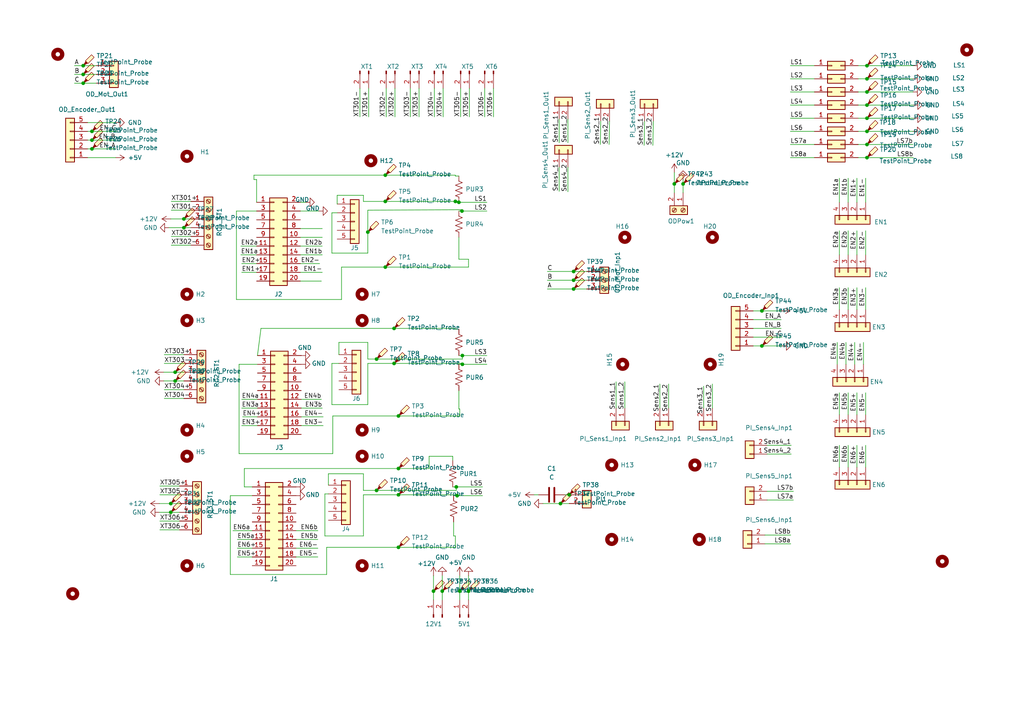
<source format=kicad_sch>
(kicad_sch (version 20231120) (generator "eeschema") (generator_version "8.0")
  (paper "A4")
  (lib_symbols
    (symbol "Connector:Conn_01x02_Male" (pin_names (offset 1.016) hide)
      (property "Reference" "J" (at 0 2.54 0))
      (property "Value" "Conn_01x02_Male" (at 0 -5.08 0))
      (symbol "Conn_01x02_Male_1_1"
        (pin passive line (at 5.08 0 180) (length 3.81) (name "Pin_1") (number "1"))
        (pin passive line (at 5.08 -2.54 180) (length 3.81) (name "Pin_2") (number "2"))
      )
    )
    (symbol "Connector:Screw_Terminal_01x02" (pin_names (offset 1.016) hide)
      (property "Reference" "J" (at 0 2.54 0))
      (property "Value" "Screw_Terminal_01x02" (at 0 -5.08 0))
      (symbol "Screw_Terminal_01x02_1_1"
        (pin passive line (at -5.08 0 0) (length 3.81) (name "Pin_1") (number "1"))
        (pin passive line (at -5.08 -2.54 0) (length 3.81) (name "Pin_2") (number "2"))
      )
    )
    (symbol "Connector:Screw_Terminal_01x03" (pin_names (offset 1.016) hide)
      (property "Reference" "J" (at 0 5.08 0))
      (property "Value" "Screw_Terminal_01x03" (at 0 -5.08 0))
      (symbol "Screw_Terminal_01x03_1_1"
        (pin passive line (at -5.08 2.54 0) (length 3.81) (name "Pin_1") (number "1"))
        (pin passive line (at -5.08 0 0) (length 3.81) (name "Pin_2") (number "2"))
        (pin passive line (at -5.08 -2.54 0) (length 3.81) (name "Pin_3") (number "3"))
      )
    )
    (symbol "Connector:Screw_Terminal_01x06" (pin_names (offset 1.016) hide)
      (property "Reference" "J" (at 0 7.62 0))
      (property "Value" "Screw_Terminal_01x06" (at 0 -10.16 0))
      (symbol "Screw_Terminal_01x06_1_1"
        (pin passive line (at -5.08 5.08 0) (length 3.81) (name "Pin_1") (number "1"))
        (pin passive line (at -5.08 2.54 0) (length 3.81) (name "Pin_2") (number "2"))
        (pin passive line (at -5.08 0 0) (length 3.81) (name "Pin_3") (number "3"))
        (pin passive line (at -5.08 -2.54 0) (length 3.81) (name "Pin_4") (number "4"))
        (pin passive line (at -5.08 -5.08 0) (length 3.81) (name "Pin_5") (number "5"))
        (pin passive line (at -5.08 -7.62 0) (length 3.81) (name "Pin_6") (number "6"))
      )
    )
    (symbol "Connector:TestPoint_Probe" (pin_numbers hide) (pin_names (offset 0.762) hide)
      (property "Reference" "TP" (at 1.651 5.842 0))
      (property "Value" "TestPoint_Probe" (at 1.651 4.064 0))
      (symbol "TestPoint_Probe_1_1"
        (pin passive line (at 0 0 90) (length 0) (name "1") (number "1"))
      )
    )
    (symbol "Connector_Generic:Conn_01x02" (pin_names (offset 1.016) hide)
      (property "Reference" "J" (at 0 2.54 0))
      (property "Value" "Conn_01x02" (at 0 -5.08 0))
      (symbol "Conn_01x02_1_1"
        (pin passive line (at -5.08 0 0) (length 3.81) (name "Pin_1") (number "1"))
        (pin passive line (at -5.08 -2.54 0) (length 3.81) (name "Pin_2") (number "2"))
      )
    )
    (symbol "Connector_Generic:Conn_01x03" (pin_names (offset 1.016) hide)
      (property "Reference" "J" (at 0 5.08 0))
      (property "Value" "Conn_01x03" (at 0 -5.08 0))
      (symbol "Conn_01x03_1_1"
        (pin passive line (at -5.08 2.54 0) (length 3.81) (name "Pin_1") (number "1"))
        (pin passive line (at -5.08 0 0) (length 3.81) (name "Pin_2") (number "2"))
        (pin passive line (at -5.08 -2.54 0) (length 3.81) (name "Pin_3") (number "3"))
      )
    )
    (symbol "Connector_Generic:Conn_01x04" (pin_names (offset 1.016) hide)
      (property "Reference" "J" (at 0 5.08 0))
      (property "Value" "Conn_01x04" (at 0 -7.62 0))
      (symbol "Conn_01x04_1_1"
        (pin passive line (at -5.08 2.54 0) (length 3.81) (name "Pin_1") (number "1"))
        (pin passive line (at -5.08 0 0) (length 3.81) (name "Pin_2") (number "2"))
        (pin passive line (at -5.08 -2.54 0) (length 3.81) (name "Pin_3") (number "3"))
        (pin passive line (at -5.08 -5.08 0) (length 3.81) (name "Pin_4") (number "4"))
      )
    )
    (symbol "Connector_Generic:Conn_01x05" (pin_names (offset 1.016) hide)
      (property "Reference" "J" (at 0 7.62 0))
      (property "Value" "Conn_01x05" (at 0 -7.62 0))
      (symbol "Conn_01x05_1_1"
        (pin passive line (at -5.08 5.08 0) (length 3.81) (name "Pin_1") (number "1"))
        (pin passive line (at -5.08 2.54 0) (length 3.81) (name "Pin_2") (number "2"))
        (pin passive line (at -5.08 0 0) (length 3.81) (name "Pin_3") (number "3"))
        (pin passive line (at -5.08 -2.54 0) (length 3.81) (name "Pin_4") (number "4"))
        (pin passive line (at -5.08 -5.08 0) (length 3.81) (name "Pin_5") (number "5"))
      )
    )
    (symbol "Connector_Generic:Conn_02x01" (pin_names (offset 1.016) hide)
      (property "Reference" "J" (at 1.27 2.54 0))
      (property "Value" "Conn_02x01" (at 1.27 -2.54 0))
      (symbol "Conn_02x01_1_1"
        (pin passive line (at -5.08 0 0) (length 3.81) (name "Pin_1") (number "1"))
        (pin passive line (at 7.62 0 180) (length 3.81) (name "Pin_2") (number "2"))
      )
    )
    (symbol "Connector_Generic:Conn_02x10_Odd_Even" (pin_names (offset 1.016) hide)
      (property "Reference" "J" (at 1.27 12.7 0))
      (property "Value" "Conn_02x10_Odd_Even" (at 1.27 -15.24 0))
      (symbol "Conn_02x10_Odd_Even_1_1"
        (pin passive line (at -5.08 10.16 0) (length 3.81) (name "Pin_1") (number "1"))
        (pin passive line (at 7.62 0 180) (length 3.81) (name "Pin_10") (number "10"))
        (pin passive line (at -5.08 -2.54 0) (length 3.81) (name "Pin_11") (number "11"))
        (pin passive line (at 7.62 -2.54 180) (length 3.81) (name "Pin_12") (number "12"))
        (pin passive line (at -5.08 -5.08 0) (length 3.81) (name "Pin_13") (number "13"))
        (pin passive line (at 7.62 -5.08 180) (length 3.81) (name "Pin_14") (number "14"))
        (pin passive line (at -5.08 -7.62 0) (length 3.81) (name "Pin_15") (number "15"))
        (pin passive line (at 7.62 -7.62 180) (length 3.81) (name "Pin_16") (number "16"))
        (pin passive line (at -5.08 -10.16 0) (length 3.81) (name "Pin_17") (number "17"))
        (pin passive line (at 7.62 -10.16 180) (length 3.81) (name "Pin_18") (number "18"))
        (pin passive line (at -5.08 -12.7 0) (length 3.81) (name "Pin_19") (number "19"))
        (pin passive line (at 7.62 10.16 180) (length 3.81) (name "Pin_2") (number "2"))
        (pin passive line (at 7.62 -12.7 180) (length 3.81) (name "Pin_20") (number "20"))
        (pin passive line (at -5.08 7.62 0) (length 3.81) (name "Pin_3") (number "3"))
        (pin passive line (at 7.62 7.62 180) (length 3.81) (name "Pin_4") (number "4"))
        (pin passive line (at -5.08 5.08 0) (length 3.81) (name "Pin_5") (number "5"))
        (pin passive line (at 7.62 5.08 180) (length 3.81) (name "Pin_6") (number "6"))
        (pin passive line (at -5.08 2.54 0) (length 3.81) (name "Pin_7") (number "7"))
        (pin passive line (at 7.62 2.54 180) (length 3.81) (name "Pin_8") (number "8"))
        (pin passive line (at -5.08 0 0) (length 3.81) (name "Pin_9") (number "9"))
      )
    )
    (symbol "Device:C" (pin_numbers hide) (pin_names (offset 0.254))
      (property "Reference" "C" (at 0.635 2.54 0))
      (property "Value" "C" (at 0.635 -2.54 0))
      (symbol "C_1_1"
        (pin passive line (at 0 3.81 270) (length 2.794) (name "~") (number "1"))
        (pin passive line (at 0 -3.81 90) (length 2.794) (name "~") (number "2"))
      )
    )
    (symbol "Device:R_US" (pin_numbers hide) (pin_names (offset 0))
      (property "Reference" "R" (at 2.54 0 90))
      (property "Value" "R_US" (at -2.54 0 90))
      (symbol "R_US_1_1"
        (pin passive line (at 0 3.81 270) (length 1.27) (name "~") (number "1"))
        (pin passive line (at 0 -3.81 90) (length 1.27) (name "~") (number "2"))
      )
    )
    (symbol "Mechanical:MountingHole" (pin_names (offset 1.016))
      (property "Reference" "H" (at 0 5.08 0))
      (property "Value" "MountingHole" (at 0 3.175 0))
    )
    (symbol "power:+12V" (power) (pin_names (offset 0))
      (property "Value" "+12V" (at 0 3.556 0))
      (symbol "+12V_1_1"
        (pin power_in line (at 0 0 90) (length 0) hide (name "+12V") (number "1"))
      )
    )
    (symbol "power:+5V" (power) (pin_names (offset 0))
      (property "Value" "+5V" (at 0 3.556 0))
      (symbol "+5V_1_1"
        (pin power_in line (at 0 0 90) (length 0) hide (name "+5V") (number "1"))
      )
    )
    (symbol "power:GND" (power) (pin_names (offset 0))
      (property "Value" "GND" (at 0 -3.81 0))
      (symbol "GND_1_1"
        (pin power_in line (at 0 0 270) (length 0) hide (name "GND") (number "1"))
      )
    )
  )
  (junction (at 53.34 66.04))
  (junction (at 125.73 171.45))
  (junction (at 132.334 141.224))
  (junction (at 49.53 146.05))
  (junction (at 26.67 43.18))
  (junction (at 24.13 24.13))
  (junction (at 26.67 38.1))
  (junction (at 251.46 45.72))
  (junction (at 251.46 38.1))
  (junction (at 109.22 142.24))
  (junction (at 133.985 61.214))
  (junction (at 106.68 67.31))
  (junction (at 114.3 105.41))
  (junction (at 53.34 63.5))
  (junction (at 251.46 30.48))
  (junction (at 115.57 158.75))
  (junction (at 50.8 107.95))
  (junction (at 165.1 143.51))
  (junction (at 50.8 110.49))
  (junction (at 114.3 95.25))
  (junction (at 166.37 83.82))
  (junction (at 115.57 143.51))
  (junction (at 133.35 171.45))
  (junction (at 134.112 105.664))
  (junction (at 111.76 58.42))
  (junction (at 109.22 104.14))
  (junction (at 166.37 81.28))
  (junction (at 251.46 19.05))
  (junction (at 111.76 50.8))
  (junction (at 251.46 41.91))
  (junction (at 49.53 148.59))
  (junction (at 251.46 22.86))
  (junction (at 135.89 171.45))
  (junction (at 166.37 78.74))
  (junction (at 220.98 90.17))
  (junction (at 128.27 171.45))
  (junction (at 24.13 19.05))
  (junction (at 26.67 40.64))
  (junction (at 115.57 135.89))
  (junction (at 132.588 143.764))
  (junction (at 134.112 103.124))
  (junction (at 195.58 53.34))
  (junction (at 198.12 53.34))
  (junction (at 251.46 34.29))
  (junction (at 220.98 100.33))
  (junction (at 162.56 146.05))
  (junction (at 115.57 120.65))
  (junction (at 251.46 26.67))
  (junction (at 111.76 77.47))
  (junction (at 133.096 58.674))
  (junction (at 24.13 21.59))
  (junction (at 132.08 58.42))
  (wire (pts (xy 132.08 95.504) (xy 133.096 95.504)))
  (wire (pts (xy 106.68 99.314) (xy 98.298 99.314)))
  (wire (pts (xy 125.984 25.654) (xy 125.984 33.909)))
  (wire (pts (xy 97.79 56.642) (xy 97.79 59.182)))
  (wire (pts (xy 128.524 25.654) (xy 128.524 33.909)))
  (wire (pts (xy 47.625 115.57) (xy 53.34 115.57)))
  (wire (pts (xy 181.229 110.744) (xy 181.229 118.364)))
  (wire (pts (xy 248.539 66.929) (xy 248.539 73.914)))
  (wire (pts (xy 115.57 135.89) (xy 124.46 135.89)))
  (wire (pts (xy 46.355 151.13) (xy 52.07 151.13)))
  (wire (pts (xy 106.68 104.14) (xy 109.22 104.14)))
  (wire (pts (xy 132.334 142.24) (xy 132.334 141.224)))
  (wire (pts (xy 195.58 53.34) (xy 195.58 55.88)))
  (wire (pts (xy 105.41 155.448) (xy 94.234 155.448)))
  (wire (pts (xy 198.12 53.34) (xy 198.12 55.88)))
  (wire (pts (xy 115.57 120.65) (xy 133.35 120.65)))
  (wire (pts (xy 132.715 60.833) (xy 133.985 60.833)))
  (wire (pts (xy 136.144 25.654) (xy 136.144 33.909)))
  (wire (pts (xy 96.266 61.722) (xy 96.266 73.406)))
  (wire (pts (xy 218.44 100.33) (xy 220.98 100.33)))
  (wire (pts (xy 243.459 129.159) (xy 243.459 135.509)))
  (wire (pts (xy 229.235 26.67) (xy 236.22 26.67)))
  (wire (pts (xy 132.334 141.224) (xy 139.954 141.224)))
  (wire (pts (xy 162.179 34.544) (xy 162.179 41.402)))
  (wire (pts (xy 106.68 117.348) (xy 96.266 117.348)))
  (wire (pts (xy 87.122 78.994) (xy 93.472 78.994)))
  (wire (pts (xy 94.742 166.624) (xy 94.742 158.75)))
  (wire (pts (xy 114.3 105.41) (xy 134.112 105.41)))
  (wire (pts (xy 174.244 35.179) (xy 174.117 41.91)))
  (wire (pts (xy 248.92 38.1) (xy 251.46 38.1)))
  (wire (pts (xy 70.866 135.89) (xy 70.866 141.224)))
  (wire (pts (xy 133.35 171.45) (xy 133.35 173.99)))
  (wire (pts (xy 251.079 51.689) (xy 251.079 58.674)))
  (wire (pts (xy 49.022 66.04) (xy 53.34 66.04)))
  (wire (pts (xy 87.122 71.374) (xy 93.472 71.374)))
  (wire (pts (xy 105.41 58.42) (xy 105.41 56.642)))
  (wire (pts (xy 33.528 43.18) (xy 26.67 43.18)))
  (wire (pts (xy 70.104 123.444) (xy 74.676 123.444)))
  (wire (pts (xy 73.66 52.07) (xy 74.422 52.07)))
  (wire (pts (xy 33.528 40.64) (xy 26.67 40.64)))
  (wire (pts (xy 229.235 38.1) (xy 236.22 38.1)))
  (wire (pts (xy 218.44 92.71) (xy 226.568 92.71)))
  (wire (pts (xy 166.37 83.82) (xy 170.18 83.82)))
  (wire (pts (xy 229.489 131.699) (xy 222.504 131.699)))
  (wire (pts (xy 132.334 141.224) (xy 131.318 141.224)))
  (wire (pts (xy 85.852 156.464) (xy 92.202 156.464)))
  (wire (pts (xy 111.76 50.8) (xy 132.08 50.8)))
  (wire (pts (xy 68.834 156.464) (xy 73.152 156.464)))
  (wire (pts (xy 132.08 58.674) (xy 133.096 58.674)))
  (wire (pts (xy 242.824 99.314) (xy 242.824 105.664)))
  (wire (pts (xy 204.089 112.014) (xy 204.089 118.364)))
  (wire (pts (xy 46.355 153.67) (xy 52.07 153.67)))
  (wire (pts (xy 163.83 143.51) (xy 165.1 143.51)))
  (wire (pts (xy 229.489 129.159) (xy 222.504 129.159)))
  (wire (pts (xy 247.904 99.314) (xy 247.904 105.664)))
  (wire (pts (xy 75.692 95.25) (xy 114.3 95.25)))
  (wire (pts (xy 198.12 52.07) (xy 198.12 53.34)))
  (wire (pts (xy 85.852 159.004) (xy 92.202 159.004)))
  (wire (pts (xy 69.342 131.572) (xy 69.342 105.664)))
  (wire (pts (xy 49.657 58.42) (xy 55.372 58.42)))
  (wire (pts (xy 105.41 56.642) (xy 97.79 56.642)))
  (wire (pts (xy 96.266 105.41) (xy 98.298 105.41)))
  (wire (pts (xy 133.35 167.005) (xy 133.35 171.45)))
  (wire (pts (xy 186.944 35.179) (xy 186.817 42.164)))
  (wire (pts (xy 251.46 26.67) (xy 264.795 26.67)))
  (wire (pts (xy 133.096 61.214) (xy 133.985 61.214)))
  (wire (pts (xy 248.539 113.919) (xy 248.539 120.269)))
  (wire (pts (xy 53.34 63.5) (xy 55.372 63.5)))
  (wire (pts (xy 105.41 58.42) (xy 111.76 58.42)))
  (wire (pts (xy 105.41 137.414) (xy 105.41 142.24)))
  (wire (pts (xy 50.8 110.49) (xy 53.34 110.49)))
  (wire (pts (xy 87.122 73.914) (xy 93.472 73.914)))
  (wire (pts (xy 46.355 140.97) (xy 52.07 140.97)))
  (wire (pts (xy 132.08 155.448) (xy 131.572 155.448)))
  (wire (pts (xy 69.85 71.374) (xy 74.422 71.374)))
  (wire (pts (xy 248.539 51.689) (xy 248.539 58.674)))
  (wire (pts (xy 87.122 68.834) (xy 93.472 68.834)))
  (wire (pts (xy 158.75 81.28) (xy 166.37 81.28)))
  (wire (pts (xy 49.657 60.96) (xy 55.372 60.96)))
  (wire (pts (xy 251.079 113.919) (xy 251.079 120.269)))
  (wire (pts (xy 109.22 142.24) (xy 132.334 142.24)))
  (wire (pts (xy 229.235 22.86) (xy 236.22 22.86)))
  (wire (pts (xy 158.75 78.74) (xy 166.37 78.74)))
  (wire (pts (xy 206.629 111.379) (xy 206.629 118.364)))
  (wire (pts (xy 164.719 34.544) (xy 164.719 41.402)))
  (wire (pts (xy 67.564 153.924) (xy 73.152 153.924)))
  (wire (pts (xy 94.234 143.256) (xy 94.234 155.448)))
  (wire (pts (xy 95.25 137.414) (xy 95.25 140.716)))
  (wire (pts (xy 73.66 50.8) (xy 73.66 52.07)))
  (wire (pts (xy 33.528 35.56) (xy 25.4 35.56)))
  (wire (pts (xy 97.79 61.722) (xy 96.266 61.722)))
  (wire (pts (xy 157.48 146.05) (xy 162.56 146.05)))
  (wire (pts (xy 220.98 90.17) (xy 226.568 90.17)))
  (wire (pts (xy 245.999 51.689) (xy 245.999 58.674)))
  (wire (pts (xy 106.68 105.41) (xy 106.68 117.348)))
  (wire (pts (xy 85.852 153.924) (xy 92.202 153.924)))
  (wire (pts (xy 33.528 45.72) (xy 25.4 45.72)))
  (wire (pts (xy 248.92 30.48) (xy 251.46 30.48)))
  (wire (pts (xy 229.235 41.91) (xy 236.22 41.91)))
  (wire (pts (xy 221.869 155.194) (xy 229.362 155.194)))
  (wire (pts (xy 251.46 22.86) (xy 264.795 22.86)))
  (wire (pts (xy 70.104 118.364) (xy 74.676 118.364)))
  (wire (pts (xy 26.67 40.64) (xy 25.4 40.64)))
  (wire (pts (xy 229.235 45.72) (xy 236.22 45.72)))
  (wire (pts (xy 134.112 105.41) (xy 134.112 105.664)))
  (wire (pts (xy 243.459 51.689) (xy 243.459 58.674)))
  (wire (pts (xy 248.539 83.439) (xy 248.539 89.789)))
  (wire (pts (xy 135.89 75.184) (xy 133.096 75.184)))
  (wire (pts (xy 94.742 166.624) (xy 66.802 166.624)))
  (wire (pts (xy 70.866 141.224) (xy 73.152 141.224)))
  (wire (pts (xy 114.554 25.654) (xy 114.554 33.909)))
  (wire (pts (xy 96.52 131.572) (xy 69.342 131.572)))
  (wire (pts (xy 166.37 81.28) (xy 170.18 81.28)))
  (wire (pts (xy 112.014 25.654) (xy 112.014 33.909)))
  (wire (pts (xy 96.52 131.572) (xy 96.52 120.65)))
  (wire (pts (xy 24.13 19.05) (xy 27.94 19.05)))
  (wire (pts (xy 133.35 118.618) (xy 133.096 118.618)))
  (wire (pts (xy 193.929 111.379) (xy 193.929 118.364)))
  (wire (pts (xy 121.539 25.654) (xy 121.539 33.909)))
  (wire (pts (xy 140.589 25.654) (xy 140.589 33.909)))
  (wire (pts (xy 131.318 132.334) (xy 131.318 133.604)))
  (wire (pts (xy 243.459 83.439) (xy 243.459 89.789)))
  (wire (pts (xy 73.66 50.8) (xy 111.76 50.8)))
  (wire (pts (xy 134.112 103.124) (xy 141.224 103.124)))
  (wire (pts (xy 49.657 71.12) (xy 55.372 71.12)))
  (wire (pts (xy 87.376 115.824) (xy 93.218 115.824)))
  (wire (pts (xy 248.92 34.29) (xy 251.46 34.29)))
  (wire (pts (xy 111.76 77.47) (xy 135.89 77.47)))
  (wire (pts (xy 94.742 158.75) (xy 115.57 158.75)))
  (wire (pts (xy 245.999 66.929) (xy 245.999 73.914)))
  (wire (pts (xy 133.35 120.65) (xy 133.35 118.618)))
  (wire (pts (xy 49.657 68.58) (xy 55.372 68.58)))
  (wire (pts (xy 70.358 120.904) (xy 74.676 120.904)))
  (wire (pts (xy 248.92 45.72) (xy 251.46 45.72)))
  (wire (pts (xy 251.46 30.48) (xy 264.922 30.48)))
  (wire (pts (xy 166.37 78.74) (xy 170.18 78.74)))
  (wire (pts (xy 70.866 135.89) (xy 115.57 135.89)))
  (wire (pts (xy 132.08 58.42) (xy 132.08 58.674)))
  (wire (pts (xy 248.92 26.67) (xy 251.46 26.67)))
  (wire (pts (xy 133.985 61.214) (xy 141.224 61.214)))
  (wire (pts (xy 158.75 83.82) (xy 166.37 83.82)))
  (wire (pts (xy 88.646 58.674) (xy 87.122 58.674)))
  (wire (pts (xy 251.079 66.929) (xy 251.079 73.914)))
  (wire (pts (xy 47.625 105.41) (xy 53.34 105.41)))
  (wire (pts (xy 134.112 104.14) (xy 134.112 103.124)))
  (wire (pts (xy 133.985 60.833) (xy 133.985 61.214)))
  (wire (pts (xy 75.692 95.25) (xy 74.676 103.124)))
  (wire (pts (xy 87.122 66.294) (xy 93.472 66.294)))
  (wire (pts (xy 125.73 167.005) (xy 125.73 171.45)))
  (wire (pts (xy 46.355 143.51) (xy 52.07 143.51)))
  (wire (pts (xy 46.228 146.05) (xy 49.53 146.05)))
  (wire (pts (xy 135.89 167.005) (xy 135.89 171.45)))
  (wire (pts (xy 124.46 132.334) (xy 131.318 132.334)))
  (wire (pts (xy 85.852 161.544) (xy 92.202 161.544)))
  (wire (pts (xy 21.59 19.05) (xy 24.13 19.05)))
  (wire (pts (xy 96.266 105.41) (xy 96.266 117.348)))
  (wire (pts (xy 132.08 51.054) (xy 133.096 51.054)))
  (wire (pts (xy 222.504 142.494) (xy 230.124 142.494)))
  (wire (pts (xy 178.689 110.744) (xy 178.689 118.364)))
  (wire (pts (xy 133.35 58.42) (xy 132.08 58.42)))
  (wire (pts (xy 250.444 99.314) (xy 250.444 105.664)))
  (wire (pts (xy 26.67 38.1) (xy 33.782 38.1)))
  (wire (pts (xy 135.89 171.45) (xy 135.89 173.99)))
  (wire (pts (xy 105.41 143.51) (xy 115.57 143.51)))
  (wire (pts (xy 106.68 67.31) (xy 106.68 60.96)))
  (wire (pts (xy 106.68 105.41) (xy 114.3 105.41)))
  (wire (pts (xy 133.096 105.664) (xy 134.112 105.664)))
  (wire (pts (xy 21.59 24.13) (xy 24.13 24.13)))
  (wire (pts (xy 99.06 86.868) (xy 99.06 77.47)))
  (wire (pts (xy 25.4 38.1) (xy 26.67 38.1)))
  (wire (pts (xy 221.869 157.734) (xy 229.362 157.734)))
  (wire (pts (xy 70.104 76.454) (xy 74.422 76.454)))
  (wire (pts (xy 251.46 41.91) (xy 264.795 41.91)))
  (wire (pts (xy 74.422 52.07) (xy 74.422 58.674)))
  (wire (pts (xy 47.498 110.49) (xy 50.8 110.49)))
  (wire (pts (xy 98.298 99.314) (xy 98.298 102.87)))
  (wire (pts (xy 195.58 50.038) (xy 195.58 53.34)))
  (wire (pts (xy 245.364 99.314) (xy 245.364 105.664)))
  (wire (pts (xy 134.112 103.124) (xy 133.096 103.124)))
  (wire (pts (xy 49.53 63.5) (xy 53.34 63.5)))
  (wire (pts (xy 218.44 90.17) (xy 220.98 90.17)))
  (wire (pts (xy 68.834 161.544) (xy 73.152 161.544)))
  (wire (pts (xy 68.58 61.214) (xy 74.422 61.214)))
  (wire (pts (xy 69.342 105.664) (xy 74.676 105.664)))
  (wire (pts (xy 132.588 143.764) (xy 139.954 143.764)))
  (wire (pts (xy 99.06 86.868) (xy 68.58 86.868)))
  (wire (pts (xy 50.8 107.95) (xy 53.34 107.95)))
  (wire (pts (xy 248.92 41.91) (xy 251.46 41.91)))
  (wire (pts (xy 251.079 83.439) (xy 251.079 89.789)))
  (wire (pts (xy 96.52 120.65) (xy 115.57 120.65)))
  (wire (pts (xy 118.999 25.654) (xy 118.999 33.909)))
  (wire (pts (xy 248.92 22.86) (xy 251.46 22.86)))
  (wire (pts (xy 87.122 76.454) (xy 92.71 76.454)))
  (wire (pts (xy 128.27 167.005) (xy 128.27 171.45)))
  (wire (pts (xy 229.235 34.29) (xy 236.22 34.29)))
  (wire (pts (xy 87.376 123.444) (xy 93.726 123.444)))
  (wire (pts (xy 124.46 135.89) (xy 124.46 132.334)))
  (wire (pts (xy 248.92 19.05) (xy 251.46 19.05)))
  (wire (pts (xy 106.934 25.654) (xy 106.934 33.909)))
  (wire (pts (xy 133.096 58.674) (xy 141.224 58.674)))
  (wire (pts (xy 109.22 104.14) (xy 134.112 104.14)))
  (wire (pts (xy 47.498 107.95) (xy 50.8 107.95)))
  (wire (pts (xy 24.13 24.13) (xy 27.94 24.13)))
  (wire (pts (xy 143.129 25.654) (xy 143.129 33.909)))
  (wire (pts (xy 251.46 45.72) (xy 264.922 45.72)))
  (wire (pts (xy 105.41 137.414) (xy 95.25 137.414)))
  (wire (pts (xy 125.73 171.45) (xy 125.73 173.99)))
  (wire (pts (xy 26.67 43.18) (xy 25.4 43.18)))
  (wire (pts (xy 229.235 19.05) (xy 236.22 19.05)))
  (wire (pts (xy 115.57 143.51) (xy 132.588 143.51)))
  (wire (pts (xy 128.27 171.45) (xy 128.27 173.99)))
  (wire (pts (xy 87.122 81.534) (xy 93.218 81.534)))
  (wire (pts (xy 46.228 148.59) (xy 49.53 148.59)))
  (wire (pts (xy 245.999 83.439) (xy 245.999 89.789)))
  (wire (pts (xy 104.394 25.654) (xy 104.394 33.909)))
  (wire (pts (xy 220.98 100.33) (xy 226.822 100.33)))
  (wire (pts (xy 21.59 21.59) (xy 24.13 21.59)))
  (wire (pts (xy 133.604 25.654) (xy 133.604 33.909)))
  (wire (pts (xy 251.46 38.1) (xy 264.795 38.1)))
  (wire (pts (xy 135.89 77.47) (xy 135.89 75.184)))
  (wire (pts (xy 248.539 129.159) (xy 248.539 135.509)))
  (wire (pts (xy 176.784 35.179) (xy 176.657 41.91)))
  (wire (pts (xy 47.625 113.03) (xy 53.34 113.03)))
  (wire (pts (xy 111.76 58.42) (xy 132.08 58.42)))
  (wire (pts (xy 132.08 155.448) (xy 132.08 158.75)))
  (wire (pts (xy 132.588 143.51) (xy 132.588 143.764)))
  (wire (pts (xy 251.46 19.05) (xy 264.795 19.05)))
  (wire (pts (xy 106.68 60.96) (xy 132.715 60.833)))
  (wire (pts (xy 87.376 118.364) (xy 93.472 118.364)))
  (wire (pts (xy 243.459 113.919) (xy 243.459 120.269)))
  (wire (pts (xy 243.459 66.929) (xy 243.459 73.914)))
  (wire (pts (xy 222.504 145.034) (xy 230.124 145.034)))
  (wire (pts (xy 70.104 115.824) (xy 74.676 115.824)))
  (wire (pts (xy 191.389 111.379) (xy 191.389 118.364)))
  (wire (pts (xy 218.44 95.25) (xy 226.568 95.25)))
  (wire (pts (xy 162.56 146.05) (xy 165.1 146.05)))
  (wire (pts (xy 53.34 66.04) (xy 55.372 66.04)))
  (wire (pts (xy 154.94 143.51) (xy 156.21 143.51)))
  (wire (pts (xy 133.096 75.184) (xy 133.096 68.834)))
  (wire (pts (xy 189.484 35.179) (xy 189.357 42.164)))
  (wire (pts (xy 218.44 97.79) (xy 226.822 97.79)))
  (wire (pts (xy 229.235 30.48) (xy 236.22 30.48)))
  (wire (pts (xy 132.588 143.764) (xy 131.572 143.764)))
  (wire (pts (xy 47.625 102.87) (xy 53.34 102.87)))
  (wire (pts (xy 162.179 48.514) (xy 162.179 55.499)))
  (wire (pts (xy 133.096 118.618) (xy 133.096 113.284)))
  (wire (pts (xy 106.68 99.314) (xy 106.68 104.14)))
  (wire (pts (xy 132.08 50.8) (xy 132.08 51.054)))
  (wire (pts (xy 164.719 48.514) (xy 164.719 55.626)))
  (wire (pts (xy 49.53 146.05) (xy 52.07 146.05)))
  (wire (pts (xy 66.802 143.764) (xy 73.152 143.764)))
  (wire (pts (xy 66.802 166.624) (xy 66.802 143.764)))
  (wire (pts (xy 94.234 143.256) (xy 95.25 143.256)))
  (wire (pts (xy 105.41 143.51) (xy 105.41 155.448)))
  (wire (pts (xy 105.41 142.24) (xy 109.22 142.24)))
  (wire (pts (xy 96.266 73.406) (xy 106.68 73.406)))
  (wire (pts (xy 92.456 61.214) (xy 87.122 61.214)))
  (wire (pts (xy 68.834 159.004) (xy 73.152 159.004)))
  (wire (pts (xy 251.46 34.29) (xy 264.922 34.29)))
  (wire (pts (xy 134.112 105.664) (xy 141.224 105.664)))
  (wire (pts (xy 106.68 73.406) (xy 106.68 67.31)))
  (wire (pts (xy 87.376 120.904) (xy 93.726 120.904)))
  (wire (pts (xy 24.13 21.59) (xy 27.94 21.59)))
  (wire (pts (xy 245.999 129.159) (xy 245.999 135.509)))
  (wire (pts (xy 99.06 77.47) (xy 111.76 77.47)))
  (wire (pts (xy 245.999 113.919) (xy 245.999 120.269)))
  (wire (pts (xy 49.53 148.59) (xy 52.07 148.59)))
  (wire (pts (xy 70.104 78.994) (xy 74.422 78.994)))
  (wire (pts (xy 131.572 155.448) (xy 131.572 151.384)))
  (wire (pts (xy 132.08 95.25) (xy 132.08 95.504)))
  (wire (pts (xy 251.079 129.159) (xy 251.079 135.509)))
  (wire (pts (xy 68.58 61.214) (xy 68.58 86.868)))
  (wire (pts (xy 115.57 158.75) (xy 132.08 158.75)))
  (wire (pts (xy 69.85 73.914) (xy 74.422 73.914)))
  (wire (pts (xy 114.3 95.25) (xy 132.08 95.25)))
  (label "EN3a" (at 243.459 83.439 270))
  (label "Sens3_1" (at 204.089 112.014 270))
  (label "EN_A" (at 226.568 92.71 180))
  (label "EN6-" (at 92.202 159.004 180))
  (label "EN6a" (at 67.564 153.924 0))
  (label "EN1a" (at 69.85 73.914 0))
  (label "EN6b" (at 92.202 153.924 180))
  (label "LS2" (at 229.235 22.86 0))
  (label "Sens2_2" (at 193.929 111.379 270))
  (label "XT302+" (at 49.657 68.58 0))
  (label "EN_C" (at 33.782 38.1 180))
  (label "EN1+" (at 70.104 78.994 0))
  (label "EN5a" (at 68.834 156.464 0))
  (label "EN_B" (at 33.528 40.64 180))
  (label "Sens4_1" (at 162.179 55.499 90))
  (label "XT305-" (at 46.355 143.51 0))
  (label "XT306-" (at 46.355 153.67 0))
  (label "EN3b" (at 93.472 118.364 180))
  (label "EN4b" (at 93.218 115.824 180))
  (label "A" (at 158.75 83.82 0))
  (label "LS1" (at 229.235 19.05 0))
  (label "EN6-" (at 251.079 129.159 270))
  (label "B" (at 158.75 81.28 0))
  (label "XT303-" (at 118.999 33.909 90))
  (label "EN1b" (at 93.472 73.914 180))
  (label "Sens2_1" (at 191.389 111.379 270))
  (label "Sens1_2" (at 181.229 110.744 270))
  (label "LS6" (at 229.235 38.1 0))
  (label "EN2b" (at 245.999 66.929 270))
  (label "XT306+" (at 46.355 151.13 0))
  (label "EN5-" (at 251.079 113.919 270))
  (label "XT304+" (at 47.625 113.03 0))
  (label "EN4-" (at 93.726 120.904 180))
  (label "LS4" (at 141.224 105.664 180))
  (label "Sens1_1" (at 178.689 110.744 270))
  (label "EN5b" (at 245.999 113.919 270))
  (label "EN_B" (at 226.568 95.25 180))
  (label "XT303+" (at 121.539 33.909 90))
  (label "XT301+" (at 106.934 33.909 90))
  (label "LS3" (at 141.224 103.124 180))
  (label "C" (at 158.75 78.74 0))
  (label "EN4+" (at 70.358 120.904 0))
  (label "EN_C" (at 226.822 97.79 180))
  (label "XT303+" (at 47.625 102.87 0))
  (label "EN2-" (at 251.079 66.929 270))
  (label "EN2a" (at 243.459 66.929 270))
  (label "LS7b" (at 264.795 41.91 180))
  (label "XT301-" (at 104.394 33.909 90))
  (label "C" (at 21.59 24.13 0))
  (label "EN6+" (at 248.539 129.159 270))
  (label "XT302-" (at 112.014 33.909 90))
  (label "LS3" (at 229.235 26.67 0))
  (label "XT304+" (at 128.524 33.909 90))
  (label "XT306+" (at 143.129 33.909 90))
  (label "EN1b" (at 245.999 51.689 270))
  (label "Sens3_1" (at 186.817 42.164 90))
  (label "EN1a" (at 243.459 51.689 270))
  (label "EN5-" (at 92.202 161.544 180))
  (label "Sens2_2" (at 176.657 41.91 90))
  (label "Sens4_2" (at 229.489 131.699 180))
  (label "XT301+" (at 49.657 58.42 0))
  (label "LS1" (at 141.224 58.674 180))
  (label "XT301-" (at 49.657 60.96 0))
  (label "XT303-" (at 47.625 105.41 0))
  (label "XT305-" (at 133.604 33.909 90))
  (label "XT304-" (at 125.984 33.909 90))
  (label "LS7a" (at 230.124 145.034 180))
  (label "XT305+" (at 46.355 140.97 0))
  (label "EN4-" (at 250.444 99.314 270))
  (label "LS4" (at 229.235 30.48 0))
  (label "EN2+" (at 248.539 66.929 270))
  (label "EN3+" (at 70.104 123.444 0))
  (label "LS8a" (at 229.362 157.734 180))
  (label "Sens1_1" (at 162.179 41.402 90))
  (label "EN4a" (at 242.824 99.314 270))
  (label "EN1+" (at 248.539 51.689 270))
  (label "LS2" (at 141.224 61.214 180))
  (label "LS7b" (at 230.124 142.494 180))
  (label "EN1-" (at 93.472 78.994 180))
  (label "EN3+" (at 248.539 83.439 270))
  (label "EN3-" (at 93.726 123.444 180))
  (label "XT304-" (at 47.625 115.57 0))
  (label "EN3a" (at 70.104 118.364 0))
  (label "EN4b" (at 245.364 99.314 270))
  (label "Sens4_2" (at 164.719 55.626 90))
  (label "Sens1_2" (at 164.719 41.402 90))
  (label "LS7a" (at 229.235 41.91 0))
  (label "LS8b" (at 264.922 45.72 180))
  (label "EN4+" (at 247.904 99.314 270))
  (label "EN2b" (at 93.472 71.374 180))
  (label "XT302-" (at 49.657 71.12 0))
  (label "EN6a" (at 243.459 129.159 270))
  (label "XT302+" (at 114.554 33.909 90))
  (label "LS8b" (at 229.362 155.194 180))
  (label "Sens2_1" (at 174.117 41.91 90))
  (label "LS6" (at 139.954 143.764 180))
  (label "EN4a" (at 70.104 115.824 0))
  (label "EN6b" (at 245.999 129.159 270))
  (label "EN2a" (at 69.85 71.374 0))
  (label "XT306-" (at 140.589 33.909 90))
  (label "Sens3_2" (at 189.357 42.164 90))
  (label "LS5" (at 139.954 141.224 180))
  (label "EN5a" (at 243.459 113.919 270))
  (label "XT305+" (at 136.144 33.909 90))
  (label "Sens4_1" (at 229.489 129.159 180))
  (label "EN5+" (at 68.834 161.544 0))
  (label "Sens3_2" (at 206.629 111.379 270))
  (label "B" (at 21.59 21.59 0))
  (label "EN_A" (at 33.528 43.18 180))
  (label "EN5+" (at 248.539 113.919 270))
  (label "EN3-" (at 251.079 83.439 270))
  (label "EN2-" (at 92.71 76.454 180))
  (label "EN6+" (at 68.834 159.004 0))
  (label "EN3b" (at 245.999 83.439 270))
  (label "EN2+" (at 70.104 76.454 0))
  (label "LS5" (at 229.235 34.29 0))
  (label "EN5b" (at 92.202 156.464 180))
  (label "EN1-" (at 251.079 51.689 270))
  (label "A" (at 21.59 19.05 0))
  (label "LS8a" (at 229.235 45.72 0))
  (symbol (lib_id "Connector:Conn_01x02_Male") (at 143.129 20.574 270) (unit 1)
    (property "Reference" "XT6" (at 144.399 19.304 90) (effects (justify right)))
    (property "Value" "Conn_01x02_Male" (effects (hide yes)))
    (property "Footprint" "Connector_AMASS:AMASS_XT30U-M_1x02_P5.0mm_Vertical" (effects (hide yes)))
  )
  (symbol (lib_id "power:+12V") (at 46.228 146.05 90) (unit 1)
    (property "Reference" "#PWR0129" (effects (hide yes)))
    (property "Value" "+12V" (at 42.418 146.0499 90) (effects (justify left)))
  )
  (symbol (lib_id "Connector_Generic:Conn_01x03") (at 33.02 21.59 0) (unit 1)
    (property "Reference" "OD_Mot_Out1" (at 24.765 27.305 0) (effects (justify left)))
    (property "Value" "Conn_01x03" (effects (hide yes)))
    (property "Footprint" "Connector_AMASS:AMASS_MR30PW-M_1x03_P3.50mm_Horizontal" (effects (hide yes)))
  )
  (symbol (lib_id "power:GND") (at 264.922 34.29 90) (unit 1)
    (property "Reference" "#PWR0121" (effects (hide yes)))
    (property "Value" "GND" (at 268.224 34.2899 90) (effects (justify right)))
  )
  (symbol (lib_id "Device:R_US") (at 131.318 137.414 0) (unit 1)
    (property "Reference" "PUR1" (at 133.223 137.414 0) (effects (justify left)))
    (property "Value" "R_US" (effects (hide yes)))
    (property "Footprint" "Resistor_SMD:R_0805_2012Metric_Pad1.20x1.40mm_HandSolder" (effects (hide yes)))
  )
  (symbol (lib_id "Connector:TestPoint_Probe") (at 26.67 43.18 0) (unit 1)
    (property "Reference" "TP26" (at 30.48 40.3224 0) (effects (justify left)))
    (property "Value" "TestPoint_Probe" (at 30.48 42.8624 0) (effects (justify left)))
    (property "Footprint" "TestPoint:TestPoint_Bridge_Pitch2.54mm_Drill0.7mm" (effects (hide yes)))
    (property "Description" "test point (alternative probe-style design)" (effects (hide yes)))
  )
  (symbol (lib_id "Connector_Generic:Conn_01x02") (at 217.424 131.699 180) (unit 1)
    (property "Reference" "PI_Sens4_Inp1" (at 216.154 124.079 0) (effects (justify right)))
    (property "Value" "Conn_01x02" (effects (hide yes)))
    (property "Footprint" "Connector_PinHeader_2.54mm:PinHeader_1x02_P2.54mm_Vertical" (effects (hide yes)))
  )
  (symbol (lib_id "Mechanical:MountingHole") (at 273.304 162.814 0) (unit 1)
    (property "Reference" "H23" (effects (hide yes)))
    (property "Value" "MountingHole" (effects (hide yes)))
    (property "Footprint" "MountingHole:MountingHole_4.3mm_M4" (effects (hide yes)))
  )
  (symbol (lib_id "Mechanical:MountingHole") (at 280.416 14.478 0) (unit 1)
    (property "Reference" "H24" (effects (hide yes)))
    (property "Value" "MountingHole" (effects (hide yes)))
    (property "Footprint" "MountingHole:MountingHole_4.3mm_M4" (effects (hide yes)))
  )
  (symbol (lib_id "Mechanical:MountingHole") (at 177.419 156.464 0) (unit 1)
    (property "Reference" "H14" (at 179.959 156.4639 0) (effects (justify left)))
    (property "Value" "MountingHole" (effects (hide yes)))
    (property "Footprint" "MountingHole:MountingHole_3.2mm_M3" (effects (hide yes)))
  )
  (symbol (lib_id "Connector_Generic:Conn_02x01") (at 241.3 30.48 0) (unit 1)
    (property "Reference" "LS4" (at 278.003 30.099 0))
    (property "Value" "Conn_02x01" (effects (hide yes)))
    (property "Footprint" "Connector_PinHeader_2.54mm:PinHeader_1x02_P2.54mm_Vertical" (effects (hide yes)))
  )
  (symbol (lib_id "Connector:TestPoint_Probe") (at 24.13 24.13 0) (unit 1)
    (property "Reference" "TP23" (at 27.94 21.2724 0) (effects (justify left)))
    (property "Value" "TestPoint_Probe" (at 27.94 23.8124 0) (effects (justify left)))
    (property "Footprint" "TestPoint:TestPoint_Bridge_Pitch2.54mm_Drill0.7mm" (effects (hide yes)))
    (property "Description" "test point (alternative probe-style design)" (effects (hide yes)))
  )
  (symbol (lib_id "Mechanical:MountingHole") (at 105.029 132.334 0) (unit 1)
    (property "Reference" "H10" (at 107.569 132.3339 0) (effects (justify left)))
    (property "Value" "MountingHole" (effects (hide yes)))
    (property "Footprint" "MountingHole:MountingHole_3.2mm_M3" (effects (hide yes)))
  )
  (symbol (lib_id "Connector:TestPoint_Probe") (at 220.98 90.17 0) (unit 1)
    (property "Reference" "TP44" (at 224.79 87.3124 0) (effects (justify left)))
    (property "Value" "TestPoint_Probe" (at 224.79 89.8524 0) (effects (justify left)))
    (property "Footprint" "TestPoint:TestPoint_Bridge_Pitch2.54mm_Drill0.7mm" (effects (hide yes)))
    (property "Description" "test point (alternative probe-style design)" (effects (hide yes)))
  )
  (symbol (lib_id "Connector:TestPoint_Probe") (at 114.3 105.41 0) (unit 1)
    (property "Reference" "TP8" (at 118.11 102.5524 0) (effects (justify left)))
    (property "Value" "TestPoint_Probe" (at 118.11 105.0924 0) (effects (justify left)))
    (property "Footprint" "TestPoint:TestPoint_Bridge_Pitch2.54mm_Drill0.7mm" (effects (hide yes)))
    (property "Description" "test point (alternative probe-style design)" (effects (hide yes)))
  )
  (symbol (lib_id "Connector:Screw_Terminal_01x02") (at 198.12 60.96 270) (unit 1)
    (property "Reference" "ODPow1" (at 193.675 64.135 90) (effects (justify left)))
    (property "Value" "Screw_Terminal_01x02" (effects (hide yes)))
    (property "Footprint" "TerminalBlock:TerminalBlock_bornier-2_P5.08mm" (effects (hide yes)))
  )
  (symbol (lib_id "Connector:TestPoint_Probe") (at 50.8 110.49 0) (unit 1)
    (property "Reference" "TP30" (at 54.61 107.6324 0) (effects (justify left)))
    (property "Value" "TestPoint_Probe" (at 54.61 110.1724 0) (effects (justify left)))
    (property "Footprint" "TestPoint:TestPoint_Bridge_Pitch2.54mm_Drill0.7mm" (effects (hide yes)))
    (property "Description" "test point (alternative probe-style design)" (effects (hide yes)))
  )
  (symbol (lib_id "Connector_Generic:Conn_02x10_Odd_Even") (at 78.232 151.384 0) (unit 1)
    (property "Reference" "J1" (at 79.502 167.894 0))
    (property "Value" "Conn_02x10_Top_Bottom" (effects (hide yes)))
    (property "Footprint" "Connector_PinHeader_2.54mm:PinHeader_2x10_P2.54mm_Vertical" (effects (hide yes)))
  )
  (symbol (lib_id "Connector:TestPoint_Probe") (at 109.22 104.14 0) (unit 1)
    (property "Reference" "TP7" (at 113.03 101.2824 0) (effects (justify left)))
    (property "Value" "TestPoint_Probe" (at 113.03 103.8224 0) (effects (justify left)))
    (property "Footprint" "TestPoint:TestPoint_Bridge_Pitch2.54mm_Drill0.7mm" (effects (hide yes)))
    (property "Description" "test point (alternative probe-style design)" (effects (hide yes)))
  )
  (symbol (lib_id "Connector:TestPoint_Probe") (at 26.67 40.64 0) (unit 1)
    (property "Reference" "TP25" (at 30.48 37.7824 0) (effects (justify left)))
    (property "Value" "TestPoint_Probe" (at 30.48 40.3224 0) (effects (justify left)))
    (property "Footprint" "TestPoint:TestPoint_Bridge_Pitch2.54mm_Drill0.7mm" (effects (hide yes)))
    (property "Description" "test point (alternative probe-style design)" (effects (hide yes)))
  )
  (symbol (lib_id "Connector:TestPoint_Probe") (at 251.46 34.29 0) (unit 1)
    (property "Reference" "TP17" (at 255.27 31.4324 0) (effects (justify left)))
    (property "Value" "TestPoint_Probe" (at 255.27 33.9724 0) (effects (justify left)))
    (property "Footprint" "TestPoint:TestPoint_Bridge_Pitch2.54mm_Drill0.7mm" (effects (hide yes)))
    (property "Description" "test point (alternative probe-style design)" (effects (hide yes)))
  )
  (symbol (lib_id "Connector_Generic:Conn_01x04") (at 248.539 140.589 270) (unit 1)
    (property "Reference" "EN6" (at 254.889 140.589 90))
    (property "Value" "Conn_01x04" (effects (hide yes)))
    (property "Footprint" "Connector_PinHeader_2.54mm:PinHeader_1x04_P2.54mm_Vertical" (effects (hide yes)))
  )
  (symbol (lib_id "Connector:TestPoint_Probe") (at 125.73 171.45 0) (unit 1)
    (property "Reference" "TP33" (at 129.54 168.5924 0) (effects (justify left)))
    (property "Value" "TestPoint_Probe" (at 129.54 171.1324 0) (effects (justify left)))
    (property "Footprint" "TestPoint:TestPoint_Bridge_Pitch2.54mm_Drill0.7mm" (effects (hide yes)))
    (property "Description" "test point (alternative probe-style design)" (effects (hide yes)))
  )
  (symbol (lib_id "Mechanical:MountingHole") (at 180.594 105.664 90) (unit 1)
    (property "Reference" "H15" (at 176.784 106.299 0) (effects (justify left)))
    (property "Value" "MountingHole" (effects (hide yes)))
    (property "Footprint" "MountingHole:MountingHole_3.2mm_M3" (effects (hide yes)))
  )
  (symbol (lib_id "Connector:TestPoint_Probe") (at 166.37 81.28 0) (unit 1)
    (property "Reference" "TP40" (at 170.18 78.4224 0) (effects (justify left)))
    (property "Value" "TestPoint_Probe" (at 170.18 80.9624 0) (effects (justify left)))
    (property "Footprint" "TestPoint:TestPoint_Bridge_Pitch2.54mm_Drill0.7mm" (effects (hide yes)))
    (property "Description" "test point (alternative probe-style design)" (effects (hide yes)))
  )
  (symbol (lib_id "power:+5V") (at 33.528 45.72 270) (unit 1)
    (property "Reference" "#PWR0126" (effects (hide yes)))
    (property "Value" "+5V" (at 37.084 45.7199 90) (effects (justify left)))
  )
  (symbol (lib_id "Connector_Generic:Conn_01x02") (at 162.179 43.434 90) (unit 1)
    (property "Reference" "PI_Sens4_Out1" (at 158.115 40.64 0) (effects (justify right)))
    (property "Value" "Conn_01x02" (effects (hide yes)))
    (property "Footprint" "Connector_PinHeader_2.54mm:PinHeader_1x02_P2.54mm_Vertical" (effects (hide yes)))
  )
  (symbol (lib_id "Connector:TestPoint_Probe") (at 111.76 77.47 0) (unit 1)
    (property "Reference" "TP1" (at 115.57 74.6124 0) (effects (justify left)))
    (property "Value" "TestPoint_Probe" (at 115.57 77.1524 0) (effects (justify left)))
    (property "Footprint" "TestPoint:TestPoint_Bridge_Pitch2.54mm_Drill0.7mm" (effects (hide yes)))
    (property "Description" "test point (alternative probe-style design)" (effects (hide yes)))
  )
  (symbol (lib_id "Mechanical:MountingHole") (at 105.029 85.344 0) (unit 1)
    (property "Reference" "H7" (at 107.569 85.3439 0) (effects (justify left)))
    (property "Value" "MountingHole" (effects (hide yes)))
    (property "Footprint" "MountingHole:MountingHole_3.2mm_M3" (effects (hide yes)))
  )
  (symbol (lib_id "Connector:TestPoint_Probe") (at 166.37 78.74 0) (unit 1)
    (property "Reference" "TP39" (at 170.18 75.8824 0) (effects (justify left)))
    (property "Value" "TestPoint_Probe" (at 170.18 78.4224 0) (effects (justify left)))
    (property "Footprint" "TestPoint:TestPoint_Bridge_Pitch2.54mm_Drill0.7mm" (effects (hide yes)))
    (property "Description" "test point (alternative probe-style design)" (effects (hide yes)))
  )
  (symbol (lib_id "Connector:Conn_01x02_Male") (at 136.144 20.574 270) (unit 1)
    (property "Reference" "XT5" (at 137.414 19.304 90) (effects (justify right)))
    (property "Value" "Conn_01x02_Male" (effects (hide yes)))
    (property "Footprint" "Connector_AMASS:AMASS_XT30U-M_1x02_P5.0mm_Vertical" (effects (hide yes)))
  )
  (symbol (lib_id "Mechanical:MountingHole") (at 16.764 15.748 0) (unit 1)
    (property "Reference" "H21" (effects (hide yes)))
    (property "Value" "MountingHole" (effects (hide yes)))
    (property "Footprint" "MountingHole:MountingHole_4.3mm_M4" (effects (hide yes)))
  )
  (symbol (lib_id "power:GND") (at 264.922 30.48 90) (unit 1)
    (property "Reference" "#PWR0120" (effects (hide yes)))
    (property "Value" "GND" (at 268.478 30.4799 90) (effects (justify right)))
  )
  (symbol (lib_id "Connector:Conn_01x02_Male") (at 125.73 179.07 90) (unit 1)
    (property "Reference" "12V1" (at 128.27 180.975 90) (effects (justify left)))
    (property "Value" "Conn_01x02_Male" (effects (hide yes)))
    (property "Footprint" "Connector_AMASS:AMASS_XT60-M_1x02_P7.20mm_Vertical" (effects (hide yes)))
  )
  (symbol (lib_id "Mechanical:MountingHole") (at 54.229 164.084 0) (unit 1)
    (property "Reference" "H6" (at 56.769 164.0839 0) (effects (justify left)))
    (property "Value" "MountingHole" (effects (hide yes)))
    (property "Footprint" "MountingHole:MountingHole_3.2mm_M3" (effects (hide yes)))
  )
  (symbol (lib_id "Connector:TestPoint_Probe") (at 115.57 143.51 0) (unit 1)
    (property "Reference" "TP11" (at 119.38 140.6524 0) (effects (justify left)))
    (property "Value" "TestPoint_Probe" (at 119.38 143.1924 0) (effects (justify left)))
    (property "Footprint" "TestPoint:TestPoint_Bridge_Pitch2.54mm_Drill0.7mm" (effects (hide yes)))
    (property "Description" "test point (alternative probe-style design)" (effects (hide yes)))
  )
  (symbol (lib_id "Connector:TestPoint_Probe") (at 111.76 50.8 0) (unit 1)
    (property "Reference" "TP4" (at 115.57 47.9424 0) (effects (justify left)))
    (property "Value" "TestPoint_Probe" (at 115.57 50.4824 0) (effects (justify left)))
    (property "Footprint" "TestPoint:TestPoint_Bridge_Pitch2.54mm_Drill0.7mm" (effects (hide yes)))
    (property "Description" "test point (alternative probe-style design)" (effects (hide yes)))
  )
  (symbol (lib_id "Mechanical:MountingHole") (at 205.994 105.664 90) (unit 1)
    (property "Reference" "H19" (at 209.169 106.299 0) (effects (justify left)))
    (property "Value" "MountingHole" (effects (hide yes)))
    (property "Footprint" "MountingHole:MountingHole_3.2mm_M3" (effects (hide yes)))
  )
  (symbol (lib_id "Connector:TestPoint_Probe") (at 24.13 21.59 0) (unit 1)
    (property "Reference" "TP22" (at 27.94 18.7324 0) (effects (justify left)))
    (property "Value" "TestPoint_Probe" (at 27.94 21.2724 0) (effects (justify left)))
    (property "Footprint" "TestPoint:TestPoint_Bridge_Pitch2.54mm_Drill0.7mm" (effects (hide yes)))
    (property "Description" "test point (alternative probe-style design)" (effects (hide yes)))
  )
  (symbol (lib_id "power:+12V") (at 125.73 167.005 0) (unit 1)
    (property "Reference" "#PWR0124" (effects (hide yes)))
    (property "Value" "+12V" (at 123.698 163.449 0))
  )
  (symbol (lib_id "power:GND") (at 49.022 66.04 270) (unit 1)
    (property "Reference" "#PWR0109" (effects (hide yes)))
    (property "Value" "GND" (at 45.72 66.0399 90) (effects (justify right)))
  )
  (symbol (lib_id "Mechanical:MountingHole") (at 54.229 132.334 0) (unit 1)
    (property "Reference" "H5" (at 56.769 131.0639 0) (effects (justify left)))
    (property "Value" "MountingHole" (effects (hide yes)))
    (property "Footprint" "MountingHole:MountingHole_3.2mm_M3" (effects (hide yes)))
  )
  (symbol (lib_id "Connector_Generic:Conn_01x02") (at 186.944 30.099 90) (unit 1)
    (property "Reference" "PI_Sens3_Out1" (at 183.515 25.908 0) (effects (justify right)))
    (property "Value" "Conn_01x02" (effects (hide yes)))
    (property "Footprint" "Connector_PinHeader_2.54mm:PinHeader_1x02_P2.54mm_Vertical" (effects (hide yes)))
  )
  (symbol (lib_id "Connector_Generic:Conn_01x05") (at 102.87 64.262 0) (unit 1)
    (property "Reference" "J5" (at 102.87 71.882 0))
    (property "Value" "Conn_01x05" (effects (hide yes)))
    (property "Footprint" "Connector_PinHeader_2.54mm:PinHeader_1x05_P2.54mm_Vertical" (effects (hide yes)))
  )
  (symbol (lib_id "Connector_Generic:Conn_01x02") (at 174.244 30.099 90) (unit 1)
    (property "Reference" "PI_Sens2_Out1" (at 170.434 26.289 0) (effects (justify right)))
    (property "Value" "Conn_01x02" (effects (hide yes)))
    (property "Footprint" "Connector_PinHeader_2.54mm:PinHeader_1x02_P2.54mm_Vertical" (effects (hide yes)))
  )
  (symbol (lib_id "Mechanical:MountingHole") (at 206.629 68.834 90) (unit 1)
    (property "Reference" "H20" (at 207.899 65.659 90) (effects (justify left)))
    (property "Value" "MountingHole" (effects (hide yes)))
    (property "Footprint" "MountingHole:MountingHole_3.2mm_M3" (effects (hide yes)))
  )
  (symbol (lib_id "Connector:TestPoint_Probe") (at 115.57 158.75 0) (unit 1)
    (property "Reference" "TP12" (at 119.38 155.8924 0) (effects (justify left)))
    (property "Value" "TestPoint_Probe" (at 119.38 158.4324 0) (effects (justify left)))
    (property "Footprint" "TestPoint:TestPoint_Bridge_Pitch2.54mm_Drill0.7mm" (effects (hide yes)))
    (property "Description" "test point (alternative probe-style design)" (effects (hide yes)))
  )
  (symbol (lib_id "Mechanical:MountingHole") (at 54.229 45.339 0) (unit 1)
    (property "Reference" "H1" (at 58.039 44.069 0) (effects (justify left)))
    (property "Value" "MountingHole" (effects (hide yes)))
    (property "Footprint" "MountingHole:MountingHole_3.2mm_M3" (effects (hide yes)))
  )
  (symbol (lib_id "power:GND") (at 87.376 105.664 90) (unit 1)
    (property "Reference" "#PWR0104" (effects (hide yes)))
    (property "Value" "GND" (at 90.424 105.41 90) (effects (justify right)))
  )
  (symbol (lib_id "Device:R_US") (at 133.096 99.314 0) (unit 1)
    (property "Reference" "PUR5" (at 135.001 99.314 0) (effects (justify left)))
    (property "Value" "R_US" (effects (hide yes)))
    (property "Footprint" "Resistor_SMD:R_0805_2012Metric_Pad1.20x1.40mm_HandSolder" (effects (hide yes)))
  )
  (symbol (lib_id "Connector:TestPoint_Probe") (at 166.37 83.82 0) (unit 1)
    (property "Reference" "TP41" (at 170.18 80.9624 0) (effects (justify left)))
    (property "Value" "TestPoint_Probe" (at 170.18 83.5024 0) (effects (justify left)))
    (property "Footprint" "TestPoint:TestPoint_Bridge_Pitch2.54mm_Drill0.7mm" (effects (hide yes)))
    (property "Description" "test point (alternative probe-style design)" (effects (hide yes)))
  )
  (symbol (lib_id "power:+5V") (at 154.94 143.51 90) (unit 1)
    (property "Reference" "#PWR0137" (effects (hide yes)))
    (property "Value" "+5V" (at 151.13 143.5099 90) (effects (justify left)))
  )
  (symbol (lib_id "power:GND") (at 264.795 22.86 90) (unit 1)
    (property "Reference" "#PWR0118" (effects (hide yes)))
    (property "Value" "GND" (at 268.351 22.8599 90) (effects (justify right)))
  )
  (symbol (lib_id "Connector:TestPoint_Probe") (at 53.34 63.5 0) (unit 1)
    (property "Reference" "TP27" (at 57.15 60.6424 0) (effects (justify left)))
    (property "Value" "TestPoint_Probe" (at 57.15 63.1824 0) (effects (justify left)))
    (property "Footprint" "TestPoint:TestPoint_Bridge_Pitch2.54mm_Drill0.7mm" (effects (hide yes)))
    (property "Description" "test point (alternative probe-style design)" (effects (hide yes)))
  )
  (symbol (lib_id "power:GND") (at 46.228 148.59 270) (unit 1)
    (property "Reference" "#PWR0106" (effects (hide yes)))
    (property "Value" "GND" (at 42.418 148.5899 90) (effects (justify right)))
  )
  (symbol (lib_id "Connector_Generic:Conn_02x01") (at 241.3 34.29 0) (unit 1)
    (property "Reference" "LS5" (at 277.749 33.655 0))
    (property "Value" "Conn_02x01" (effects (hide yes)))
    (property "Footprint" "Connector_PinHeader_2.54mm:PinHeader_1x02_P2.54mm_Vertical" (effects (hide yes)))
  )
  (symbol (lib_id "power:GND") (at 264.795 38.1 90) (unit 1)
    (property "Reference" "#PWR0115" (effects (hide yes)))
    (property "Value" "GND" (at 268.351 38.0999 90) (effects (justify right)))
  )
  (symbol (lib_id "Connector_Generic:Conn_01x05") (at 20.32 40.64 180) (unit 1)
    (property "Reference" "OD_Encoder_Out1" (at 33.655 31.75 0) (effects (justify left)))
    (property "Value" "Conn_01x04" (effects (hide yes)))
    (property "Footprint" "Connector_PinHeader_2.54mm:PinHeader_1x05_P2.54mm_Vertical" (effects (hide yes)))
  )
  (symbol (lib_id "power:GND") (at 88.646 58.674 90) (unit 1)
    (property "Reference" "#PWR0108" (effects (hide yes)))
    (property "Value" "GND" (at 85.598 57.912 90) (effects (justify right)))
  )
  (symbol (lib_id "Connector:Screw_Terminal_01x03") (at 175.26 81.28 0) (unit 1)
    (property "Reference" "OD_Mot_Inp1" (at 179.07 85.09 90) (effects (justify left)))
    (property "Value" "Screw_Terminal_01x03" (effects (hide yes)))
    (property "Footprint" "TerminalBlock:TerminalBlock_bornier-3_P5.08mm" (effects (hide yes)))
  )
  (symbol (lib_id "power:GND") (at 264.795 26.67 90) (unit 1)
    (property "Reference" "#PWR0117" (effects (hide yes)))
    (property "Value" "GND" (at 268.351 26.6699 90) (effects (justify right)))
  )
  (symbol (lib_id "Connector:TestPoint_Probe") (at 109.22 142.24 0) (unit 1)
    (property "Reference" "TP10" (at 113.03 139.3824 0) (effects (justify left)))
    (property "Value" "TestPoint_Probe" (at 113.03 141.9224 0) (effects (justify left)))
    (property "Footprint" "TestPoint:TestPoint_Bridge_Pitch2.54mm_Drill0.7mm" (effects (hide yes)))
    (property "Description" "test point (alternative probe-style design)" (effects (hide yes)))
  )
  (symbol (lib_id "Connector:Conn_01x02_Male") (at 106.934 20.574 270) (unit 1)
    (property "Reference" "XT1" (at 108.204 19.304 90) (effects (justify right)))
    (property "Value" "Conn_01x02_Male" (effects (hide yes)))
    (property "Footprint" "Connector_AMASS:AMASS_XT30U-M_1x02_P5.0mm_Vertical" (effects (hide yes)))
  )
  (symbol (lib_id "Connector_Generic:Conn_01x04") (at 248.539 125.349 270) (unit 1)
    (property "Reference" "EN5" (at 254.889 125.349 90))
    (property "Value" "Conn_01x04" (effects (hide yes)))
    (property "Footprint" "Connector_PinHeader_2.54mm:PinHeader_1x04_P2.54mm_Vertical" (effects (hide yes)))
  )
  (symbol (lib_id "Connector:TestPoint_Probe") (at 133.35 171.45 0) (unit 1)
    (property "Reference" "TP35" (at 137.16 168.5924 0) (effects (justify left)))
    (property "Value" "TestPoint_Probe" (at 137.16 171.1324 0) (effects (justify left)))
    (property "Footprint" "TestPoint:TestPoint_Bridge_Pitch2.54mm_Drill0.7mm" (effects (hide yes)))
    (property "Description" "test point (alternative probe-style design)" (effects (hide yes)))
  )
  (symbol (lib_id "power:+12V") (at 47.498 107.95 90) (unit 1)
    (property "Reference" "#PWR0128" (effects (hide yes)))
    (property "Value" "+12V" (at 43.18 107.9499 90) (effects (justify left)))
  )
  (symbol (lib_id "Connector:TestPoint_Probe") (at 251.46 30.48 0) (unit 1)
    (property "Reference" "TP16" (at 255.27 27.6224 0) (effects (justify left)))
    (property "Value" "TestPoint_Probe" (at 255.27 30.1624 0) (effects (justify left)))
    (property "Footprint" "TestPoint:TestPoint_Bridge_Pitch2.54mm_Drill0.7mm" (effects (hide yes)))
    (property "Description" "test point (alternative probe-style design)" (effects (hide yes)))
  )
  (symbol (lib_id "power:GND") (at 135.89 167.005 180) (unit 1)
    (property "Reference" "#PWR0112" (effects (hide yes)))
    (property "Value" "GND" (at 135.89 161.671 0))
  )
  (symbol (lib_id "Connector_Generic:Conn_02x01") (at 241.3 22.86 0) (unit 1)
    (property "Reference" "LS2" (at 278.003 22.606 0))
    (property "Value" "Conn_02x01" (effects (hide yes)))
    (property "Footprint" "Connector_PinHeader_2.54mm:PinHeader_1x02_P2.54mm_Vertical" (effects (hide yes)))
  )
  (symbol (lib_id "Connector:TestPoint_Probe") (at 251.46 45.72 0) (unit 1)
    (property "Reference" "TP20" (at 255.143 43.3704 0) (effects (justify left)))
    (property "Value" "TestPoint_Probe" (at 255.016 46.6724 0) (effects (justify left)))
    (property "Footprint" "TestPoint:TestPoint_Bridge_Pitch2.54mm_Drill0.7mm" (effects (hide yes)))
    (property "Description" "test point (alternative probe-style design)" (effects (hide yes)))
  )
  (symbol (lib_id "Connector:TestPoint_Probe") (at 220.98 100.33 0) (unit 1)
    (property "Reference" "TP45" (at 224.79 97.4724 0) (effects (justify left)))
    (property "Value" "TestPoint_Probe" (at 224.79 100.0124 0) (effects (justify left)))
    (property "Footprint" "TestPoint:TestPoint_Bridge_Pitch2.54mm_Drill0.7mm" (effects (hide yes)))
    (property "Description" "test point (alternative probe-style design)" (effects (hide yes)))
  )
  (symbol (lib_id "Connector_Generic:Conn_02x01") (at 241.3 45.72 0) (unit 1)
    (property "Reference" "LS8" (at 277.495 45.339 0))
    (property "Value" "Conn_02x01" (effects (hide yes)))
    (property "Footprint" "Connector_PinHeader_2.54mm:PinHeader_1x02_P2.54mm_Vertical" (effects (hide yes)))
  )
  (symbol (lib_id "Connector:TestPoint_Probe") (at 53.34 66.04 0) (unit 1)
    (property "Reference" "TP28" (at 57.15 63.1824 0) (effects (justify left)))
    (property "Value" "TestPoint_Probe" (at 57.15 65.7224 0) (effects (justify left)))
    (property "Footprint" "TestPoint:TestPoint_Bridge_Pitch2.54mm_Drill0.7mm" (effects (hide yes)))
    (property "Description" "test point (alternative probe-style design)" (effects (hide yes)))
  )
  (symbol (lib_id "Connector:TestPoint_Probe") (at 162.56 146.05 0) (unit 1)
    (property "Reference" "TP37" (at 166.37 143.1924 0) (effects (justify left)))
    (property "Value" "TestPoint_Probe" (at 166.37 145.7324 0) (effects (justify left)))
    (property "Footprint" "TestPoint:TestPoint_Bridge_Pitch2.54mm_Drill0.7mm" (effects (hide yes)))
    (property "Description" "test point (alternative probe-style design)" (effects (hide yes)))
  )
  (symbol (lib_id "power:+12V") (at 49.53 63.5 90) (unit 1)
    (property "Reference" "#PWR0127" (effects (hide yes)))
    (property "Value" "+12V" (at 45.72 63.4999 90) (effects (justify left)))
  )
  (symbol (lib_id "Connector_Generic:Conn_01x05") (at 100.33 145.796 0) (unit 1)
    (property "Reference" "J4" (at 100.33 153.416 0))
    (property "Value" "Conn_01x05" (effects (hide yes)))
    (property "Footprint" "Connector_PinHeader_2.54mm:PinHeader_1x05_P2.54mm_Vertical" (effects (hide yes)))
  )
  (symbol (lib_id "Connector:Screw_Terminal_01x06") (at 60.452 63.5 0) (unit 1)
    (property "Reference" "RC1_ST1" (at 63.627 68.58 90) (effects (justify left)))
    (property "Value" "Screw_Terminal_01x06" (effects (hide yes)))
    (property "Footprint" "TerminalBlock:TerminalBlock_bornier-6_P5.08mm" (effects (hide yes)))
  )
  (symbol (lib_id "Mechanical:MountingHole") (at 21.082 172.212 0) (unit 1)
    (property "Reference" "H22" (effects (hide yes)))
    (property "Value" "MountingHole" (effects (hide yes)))
    (property "Footprint" "MountingHole:MountingHole_4.3mm_M4" (effects (hide yes)))
  )
  (symbol (lib_id "Mechanical:MountingHole") (at 105.029 164.084 0) (unit 1)
    (property "Reference" "H11" (at 107.569 164.0839 0) (effects (justify left)))
    (property "Value" "MountingHole" (effects (hide yes)))
    (property "Footprint" "MountingHole:MountingHole_3.2mm_M3" (effects (hide yes)))
  )
  (symbol (lib_id "Connector:TestPoint_Probe") (at 251.46 41.91 0) (unit 1)
    (property "Reference" "TP19" (at 255.27 39.0524 0) (effects (justify left)))
    (property "Value" "TestPoint_Probe" (at 255.143 42.1004 0) (effects (justify left)))
    (property "Footprint" "TestPoint:TestPoint_Bridge_Pitch2.54mm_Drill0.7mm" (effects (hide yes)))
    (property "Description" "test point (alternative probe-style design)" (effects (hide yes)))
  )
  (symbol (lib_id "power:+5V") (at 226.568 90.17 270) (unit 1)
    (property "Reference" "#PWR0132" (effects (hide yes)))
    (property "Value" "+5V" (at 230.124 90.1699 90) (effects (justify left)))
  )
  (symbol (lib_id "power:GND") (at 85.852 143.764 90) (unit 1)
    (property "Reference" "#PWR0101" (effects (hide yes)))
    (property "Value" "GND" (at 88.646 143.51 90) (effects (justify right)))
  )
  (symbol (lib_id "Connector:TestPoint_Probe") (at 251.46 19.05 0) (unit 1)
    (property "Reference" "TP13" (at 255.27 16.1924 0) (effects (justify left)))
    (property "Value" "TestPoint_Probe" (at 255.651 18.2244 0) (effects (justify left)))
    (property "Footprint" "TestPoint:TestPoint_Bridge_Pitch2.54mm_Drill0.7mm" (effects (hide yes)))
    (property "Description" "test point (alternative probe-style design)" (effects (hide yes)))
  )
  (symbol (lib_id "Connector:TestPoint_Probe") (at 49.53 146.05 0) (unit 1)
    (property "Reference" "TP31" (at 53.34 143.1924 0) (effects (justify left)))
    (property "Value" "TestPoint_Probe" (at 53.34 145.7324 0) (effects (justify left)))
    (property "Footprint" "TestPoint:TestPoint_Bridge_Pitch2.54mm_Drill0.7mm" (effects (hide yes)))
    (property "Description" "test point (alternative probe-style design)" (effects (hide yes)))
  )
  (symbol (lib_id "Connector_Generic:Conn_02x01") (at 241.3 38.1 0) (unit 1)
    (property "Reference" "LS6" (at 277.749 37.592 0))
    (property "Value" "Conn_02x01" (effects (hide yes)))
    (property "Footprint" "Connector_PinHeader_2.54mm:PinHeader_1x02_P2.54mm_Vertical" (effects (hide yes)))
  )
  (symbol (lib_id "power:GND") (at 157.48 146.05 270) (unit 1)
    (property "Reference" "#PWR0113" (effects (hide yes)))
    (property "Value" "GND" (at 154.178 146.0499 90) (effects (justify right)))
  )
  (symbol (lib_id "Connector:TestPoint_Probe") (at 251.46 38.1 0) (unit 1)
    (property "Reference" "TP18" (at 255.016 35.4964 0) (effects (justify left)))
    (property "Value" "TestPoint_Probe" (at 255.143 38.2904 0) (effects (justify left)))
    (property "Footprint" "TestPoint:TestPoint_Bridge_Pitch2.54mm_Drill0.7mm" (effects (hide yes)))
    (property "Description" "test point (alternative probe-style design)" (effects (hide yes)))
  )
  (symbol (lib_id "Connector:TestPoint_Probe") (at 128.27 171.45 0) (unit 1)
    (property "Reference" "TP34" (at 132.08 168.5924 0) (effects (justify left)))
    (property "Value" "TestPoint_Probe" (at 132.08 171.1324 0) (effects (justify left)))
    (property "Footprint" "TestPoint:TestPoint_Bridge_Pitch2.54mm_Drill0.7mm" (effects (hide yes)))
    (property "Description" "test point (alternative probe-style design)" (effects (hide yes)))
  )
  (symbol (lib_id "Connector:TestPoint_Probe") (at 115.57 120.65 0) (unit 1)
    (property "Reference" "TP3" (at 119.38 117.7924 0) (effects (justify left)))
    (property "Value" "TestPoint_Probe" (at 119.38 120.3324 0) (effects (justify left)))
    (property "Footprint" "TestPoint:TestPoint_Bridge_Pitch2.54mm_Drill0.7mm" (effects (hide yes)))
    (property "Description" "test point (alternative probe-style design)" (effects (hide yes)))
  )
  (symbol (lib_id "power:GND") (at 33.528 35.56 90) (unit 1)
    (property "Reference" "#PWR0110" (effects (hide yes)))
    (property "Value" "GND" (at 37.084 35.5599 90) (effects (justify right)))
  )
  (symbol (lib_id "Connector:TestPoint_Probe") (at 251.46 26.67 0) (unit 1)
    (property "Reference" "TP15" (at 255.27 23.8124 0) (effects (justify left)))
    (property "Value" "TestPoint_Probe" (at 255.143 25.5904 0) (effects (justify left)))
    (property "Footprint" "TestPoint:TestPoint_Bridge_Pitch2.54mm_Drill0.7mm" (effects (hide yes)))
    (property "Description" "test point (alternative probe-style design)" (effects (hide yes)))
  )
  (symbol (lib_id "power:GND") (at 85.852 141.224 90) (unit 1)
    (property "Reference" "#PWR0102" (effects (hide yes)))
    (property "Value" "GND" (at 84.836 139.446 90) (effects (justify right)))
  )
  (symbol (lib_id "Connector_Generic:Conn_02x10_Odd_Even") (at 79.756 113.284 0) (unit 1)
    (property "Reference" "J3" (at 81.026 129.794 0))
    (property "Value" "Conn_02x10_Top_Bottom" (effects (hide yes)))
    (property "Footprint" "Connector_PinHeader_2.54mm:PinHeader_2x10_P2.54mm_Vertical" (effects (hide yes)))
  )
  (symbol (lib_id "Connector:TestPoint_Probe") (at 251.46 22.86 0) (unit 1)
    (property "Reference" "TP14" (at 255.143 18.9864 0) (effects (justify left)))
    (property "Value" "TestPoint_Probe" (at 255.27 22.5424 0) (effects (justify left)))
    (property "Footprint" "TestPoint:TestPoint_Bridge_Pitch2.54mm_Drill0.7mm" (effects (hide yes)))
    (property "Description" "test point (alternative probe-style design)" (effects (hide yes)))
  )
  (symbol (lib_id "Connector_Generic:Conn_01x02") (at 217.424 145.034 180) (unit 1)
    (property "Reference" "PI_Sens5_Inp1" (at 216.154 138.049 0) (effects (justify right)))
    (property "Value" "Conn_01x02" (effects (hide yes)))
    (property "Footprint" "Connector_PinHeader_2.54mm:PinHeader_1x02_P2.54mm_Vertical" (effects (hide yes)))
  )
  (symbol (lib_id "power:+12V") (at 195.58 50.038 0) (unit 1)
    (property "Reference" "#PWR0138" (effects (hide yes)))
    (property "Value" "+12V" (at 195.58 44.958 0))
  )
  (symbol (lib_id "Connector:TestPoint_Probe") (at 198.12 53.34 0) (unit 1)
    (property "Reference" "TP43" (at 201.93 50.4824 0) (effects (justify left)))
    (property "Value" "TestPoint_Probe" (at 201.93 53.0224 0) (effects (justify left)))
    (property "Footprint" "TestPoint:TestPoint_Bridge_Pitch2.54mm_Drill0.7mm" (effects (hide yes)))
    (property "Description" "test point (alternative probe-style design)" (effects (hide yes)))
  )
  (symbol (lib_id "Mechanical:MountingHole") (at 105.029 124.714 0) (unit 1)
    (property "Reference" "H9" (at 107.569 124.7139 0) (effects (justify left)))
    (property "Value" "MountingHole" (effects (hide yes)))
    (property "Footprint" "MountingHole:MountingHole_3.2mm_M3" (effects (hide yes)))
  )
  (symbol (lib_id "Connector:TestPoint_Probe") (at 195.58 53.34 0) (unit 1)
    (property "Reference" "TP42" (at 199.39 50.4824 0) (effects (justify left)))
    (property "Value" "TestPoint_Probe" (at 199.39 53.0224 0) (effects (justify left)))
    (property "Footprint" "TestPoint:TestPoint_Bridge_Pitch2.54mm_Drill0.7mm" (effects (hide yes)))
    (property "Description" "test point (alternative probe-style design)" (effects (hide yes)))
  )
  (symbol (lib_id "Mechanical:MountingHole") (at 177.419 134.874 0) (unit 1)
    (property "Reference" "H13" (at 179.959 134.8739 0) (effects (justify left)))
    (property "Value" "MountingHole" (effects (hide yes)))
    (property "Footprint" "MountingHole:MountingHole_3.2mm_M3" (effects (hide yes)))
  )
  (symbol (lib_id "Device:C") (at 160.02 143.51 270) (unit 1)
    (property "Reference" "C1" (at 160.02 135.89 90))
    (property "Value" "C" (at 160.02 138.43 90))
    (property "Footprint" "Capacitor_SMD:C_0201_0603Metric" (effects (hide yes)))
    (property "Description" "Unpolarized capacitor" (effects (hide yes)))
  )
  (symbol (lib_id "power:GND") (at 264.795 19.05 90) (unit 1)
    (property "Reference" "#PWR0119" (effects (hide yes)))
    (property "Value" "GND" (at 267.589 19.05 90) (effects (justify right)))
  )
  (symbol (lib_id "Connector_Generic:Conn_01x02") (at 216.789 157.734 180) (unit 1)
    (property "Reference" "PI_Sens6_Inp1" (at 216.154 150.749 0) (effects (justify right)))
    (property "Value" "Conn_01x02" (effects (hide yes)))
    (property "Footprint" "Connector_PinHeader_2.54mm:PinHeader_1x02_P2.54mm_Vertical" (effects (hide yes)))
  )
  (symbol (lib_id "Connector:Conn_01x02_Male") (at 114.554 20.574 270) (unit 1)
    (property "Reference" "XT2" (at 115.824 19.304 90) (effects (justify right)))
    (property "Value" "Conn_01x02_Male" (effects (hide yes)))
    (property "Footprint" "Connector_AMASS:AMASS_XT30U-M_1x02_P5.0mm_Vertical" (effects (hide yes)))
  )
  (symbol (lib_id "Connector_Generic:Conn_01x04") (at 248.539 78.994 270) (unit 1)
    (property "Reference" "EN2" (at 255.524 79.629 90))
    (property "Value" "Conn_01x04" (effects (hide yes)))
    (property "Footprint" "Connector_PinHeader_2.54mm:PinHeader_1x04_P2.54mm_Vertical" (effects (hide yes)))
  )
  (symbol (lib_id "Connector:TestPoint_Probe") (at 115.57 135.89 0) (unit 1)
    (property "Reference" "TP9" (at 119.38 133.0324 0) (effects (justify left)))
    (property "Value" "TestPoint_Probe" (at 119.38 135.5724 0) (effects (justify left)))
    (property "Footprint" "TestPoint:TestPoint_Bridge_Pitch2.54mm_Drill0.7mm" (effects (hide yes)))
    (property "Description" "test point (alternative probe-style design)" (effects (hide yes)))
  )
  (symbol (lib_id "Device:R_US") (at 131.572 147.574 0) (unit 1)
    (property "Reference" "PUR2" (at 133.477 147.574 0) (effects (justify left)))
    (property "Value" "R_US" (effects (hide yes)))
    (property "Footprint" "Resistor_SMD:R_0805_2012Metric_Pad1.20x1.40mm_HandSolder" (effects (hide yes)))
  )
  (symbol (lib_id "Connector_Generic:Conn_01x04") (at 248.539 63.754 270) (unit 1)
    (property "Reference" "EN1" (at 255.524 64.389 90))
    (property "Value" "Conn_01x04" (effects (hide yes)))
    (property "Footprint" "Connector_PinHeader_2.54mm:PinHeader_1x04_P2.54mm_Vertical" (effects (hide yes)))
  )
  (symbol (lib_id "Connector:TestPoint_Probe") (at 24.13 19.05 0) (unit 1)
    (property "Reference" "TP21" (at 27.94 16.1924 0) (effects (justify left)))
    (property "Value" "TestPoint_Probe" (at 28.956 17.9704 0) (effects (justify left)))
    (property "Footprint" "TestPoint:TestPoint_Bridge_Pitch2.54mm_Drill0.7mm" (effects (hide yes)))
    (property "Description" "test point (alternative probe-style design)" (effects (hide yes)))
  )
  (symbol (lib_id "Connector:TestPoint_Probe") (at 106.68 67.31 0) (unit 1)
    (property "Reference" "TP6" (at 110.49 64.4524 0) (effects (justify left)))
    (property "Value" "TestPoint_Probe" (at 110.49 66.9924 0) (effects (justify left)))
    (property "Footprint" "TestPoint:TestPoint_Bridge_Pitch2.54mm_Drill0.7mm" (effects (hide yes)))
    (property "Description" "test point (alternative probe-style design)" (effects (hide yes)))
  )
  (symbol (lib_id "Mechanical:MountingHole") (at 54.229 124.714 0) (unit 1)
    (property "Reference" "H4" (at 56.769 123.4439 0) (effects (justify left)))
    (property "Value" "MountingHole" (effects (hide yes)))
    (property "Footprint" "MountingHole:MountingHole_3.2mm_M3" (effects (hide yes)))
  )
  (symbol (lib_id "Connector:Conn_01x02_Male") (at 121.539 20.574 270) (unit 1)
    (property "Reference" "XT3" (at 122.809 19.304 90) (effects (justify right)))
    (property "Value" "Conn_01x02_Male" (effects (hide yes)))
    (property "Footprint" "Connector_AMASS:AMASS_XT30U-M_1x02_P5.0mm_Vertical" (effects (hide yes)))
  )
  (symbol (lib_id "Connector_Generic:Conn_02x01") (at 241.3 26.67 0) (unit 1)
    (property "Reference" "LS3" (at 278.003 25.908 0))
    (property "Value" "Conn_02x01" (effects (hide yes)))
    (property "Footprint" "Connector_PinHeader_2.54mm:PinHeader_1x02_P2.54mm_Vertical" (effects (hide yes)))
  )
  (symbol (lib_id "Connector:Screw_Terminal_01x06") (at 58.42 107.95 0) (unit 1)
    (property "Reference" "RC2_ST1" (at 62.865 112.395 90) (effects (justify left)))
    (property "Value" "Screw_Terminal_01x06" (effects (hide yes)))
    (property "Footprint" "TerminalBlock:TerminalBlock_bornier-6_P5.08mm" (effects (hide yes)))
  )
  (symbol (lib_id "Connector:Conn_01x02_Male") (at 128.524 20.574 270) (unit 1)
    (property "Reference" "XT4" (at 129.794 19.304 90) (effects (justify right)))
    (property "Value" "Conn_01x02_Male" (effects (hide yes)))
    (property "Footprint" "Connector_AMASS:AMASS_XT30U-M_1x02_P5.0mm_Vertical" (effects (hide yes)))
  )
  (symbol (lib_id "Mechanical:MountingHole") (at 181.229 68.834 90) (unit 1)
    (property "Reference" "H16" (at 182.499 65.659 90) (effects (justify left)))
    (property "Value" "MountingHole" (effects (hide yes)))
    (property "Footprint" "MountingHole:MountingHole_3.2mm_M3" (effects (hide yes)))
  )
  (symbol (lib_id "Connector:TestPoint_Probe") (at 165.1 143.51 0) (unit 1)
    (property "Reference" "TP38" (at 168.91 140.6524 0) (effects (justify left)))
    (property "Value" "TestPoint_Probe" (at 168.91 143.1924 0) (effects (justify left)))
    (property "Footprint" "TestPoint:TestPoint_Bridge_Pitch2.54mm_Drill0.7mm" (effects (hide yes)))
    (property "Description" "test point (alternative probe-style design)" (effects (hide yes)))
  )
  (symbol (lib_id "power:GND") (at 47.498 110.49 270) (unit 1)
    (property "Reference" "#PWR0103" (effects (hide yes)))
    (property "Value" "GND" (at 43.688 110.4899 90) (effects (justify right)))
  )
  (symbol (lib_id "Connector_Generic:Conn_01x02") (at 162.179 29.464 90) (unit 1)
    (property "Reference" "PI_Sens1_Out1" (at 158.369 26.289 0) (effects (justify right)))
    (property "Value" "Conn_01x02" (effects (hide yes)))
    (property "Footprint" "Connector_PinHeader_2.54mm:PinHeader_1x02_P2.54mm_Vertical" (effects (hide yes)))
  )
  (symbol (lib_id "Connector_Generic:Conn_01x04") (at 247.904 110.744 270) (unit 1)
    (property "Reference" "EN4" (at 254.254 110.744 90))
    (property "Value" "Conn_01x04" (effects (hide yes)))
    (property "Footprint" "Connector_PinHeader_2.54mm:PinHeader_1x04_P2.54mm_Vertical" (effects (hide yes)))
  )
  (symbol (lib_id "Connector:TestPoint_Probe") (at 111.76 58.42 0) (unit 1)
    (property "Reference" "TP5" (at 115.57 55.5624 0) (effects (justify left)))
    (property "Value" "TestPoint_Probe" (at 115.57 58.1024 0) (effects (justify left)))
    (property "Footprint" "TestPoint:TestPoint_Bridge_Pitch2.54mm_Drill0.7mm" (effects (hide yes)))
    (property "Description" "test point (alternative probe-style design)" (effects (hide yes)))
  )
  (symbol (lib_id "Connector_Generic:Conn_01x05") (at 213.36 95.25 180) (unit 1)
    (property "Reference" "OD_Encoder_Inp1" (at 226.06 85.725 0) (effects (justify left)))
    (property "Value" "Conn_01x04" (effects (hide yes)))
    (property "Footprint" "Connector_PinHeader_2.54mm:PinHeader_1x05_P2.54mm_Vertical" (effects (hide yes)))
  )
  (symbol (lib_id "power:GND") (at 92.456 61.214 90) (unit 1)
    (property "Reference" "#PWR0107" (effects (hide yes)))
    (property "Value" "GND" (at 88.646 60.452 90) (effects (justify right)))
  )
  (symbol (lib_id "Connector:TestPoint_Probe") (at 135.89 171.45 0) (unit 1)
    (property "Reference" "TP36" (at 139.7 168.5924 0) (effects (justify left)))
    (property "Value" "TestPoint_Probe" (at 139.7 171.1324 0) (effects (justify left)))
    (property "Footprint" "TestPoint:TestPoint_Bridge_Pitch2.54mm_Drill0.7mm" (effects (hide yes)))
    (property "Description" "test point (alternative probe-style design)" (effects (hide yes)))
  )
  (symbol (lib_id "Connector_Generic:Conn_02x01") (at 241.3 19.05 0) (unit 1)
    (property "Reference" "LS1" (at 278.257 18.923 0))
    (property "Value" "Conn_02x01" (effects (hide yes)))
    (property "Footprint" "Connector_PinHeader_2.54mm:PinHeader_1x02_P2.54mm_Vertical" (effects (hide yes)))
  )
  (symbol (lib_id "Mechanical:MountingHole") (at 54.229 85.344 0) (unit 1)
    (property "Reference" "H2" (at 56.769 85.3439 0) (effects (justify left)))
    (property "Value" "MountingHole" (effects (hide yes)))
    (property "Footprint" "MountingHole:MountingHole_3.2mm_M3" (effects (hide yes)))
  )
  (symbol (lib_id "Connector_Generic:Conn_02x01") (at 241.3 41.91 0) (unit 1)
    (property "Reference" "LS7" (at 277.749 41.656 0))
    (property "Value" "Conn_02x01" (effects (hide yes)))
    (property "Footprint" "Connector_PinHeader_2.54mm:PinHeader_1x02_P2.54mm_Vertical" (effects (hide yes)))
  )
  (symbol (lib_id "Mechanical:MountingHole") (at 54.229 92.964 0) (unit 1)
    (property "Reference" "H3" (at 56.769 92.9639 0) (effects (justify left)))
    (property "Value" "MountingHole" (effects (hide yes)))
    (property "Footprint" "MountingHole:MountingHole_3.2mm_M3" (effects (hide yes)))
  )
  (symbol (lib_id "Connector_Generic:Conn_01x05") (at 103.378 107.95 0) (unit 1)
    (property "Reference" "J6" (at 103.378 115.57 0))
    (property "Value" "Conn_01x05" (effects (hide yes)))
    (property "Footprint" "Connector_PinHeader_2.54mm:PinHeader_1x05_P2.54mm_Vertical" (effects (hide yes)))
  )
  (symbol (lib_id "Mechanical:MountingHole") (at 202.819 156.464 0) (unit 1)
    (property "Reference" "H18" (at 205.359 156.4639 0) (effects (justify left)))
    (property "Value" "MountingHole" (effects (hide yes)))
    (property "Footprint" "MountingHole:MountingHole_3.2mm_M3" (effects (hide yes)))
  )
  (symbol (lib_id "Connector:TestPoint_Probe") (at 114.3 95.25 0) (unit 1)
    (property "Reference" "TP2" (at 118.11 92.3924 0) (effects (justify left)))
    (property "Value" "TestPoint_Probe" (at 118.11 94.9324 0) (effects (justify left)))
    (property "Footprint" "TestPoint:TestPoint_Bridge_Pitch2.54mm_Drill0.7mm" (effects (hide yes)))
    (property "Description" "test point (alternative probe-style design)" (effects (hide yes)))
  )
  (symbol (lib_id "power:GND") (at 226.822 100.33 90) (unit 1)
    (property "Reference" "#PWR0122" (effects (hide yes)))
    (property "Value" "GND" (at 230.378 100.3299 90) (effects (justify right)))
  )
  (symbol (lib_id "Connector:Conn_01x02_Male") (at 133.35 179.07 90) (unit 1)
    (property "Reference" "5V1" (at 136.525 180.975 90) (effects (justify left)))
    (property "Value" "Conn_01x02_Male" (effects (hide yes)))
    (property "Footprint" "Connector_AMASS:AMASS_XT60-M_1x02_P7.20mm_Vertical" (effects (hide yes)))
  )
  (symbol (lib_id "power:GND") (at 128.27 167.005 180) (unit 1)
    (property "Reference" "#PWR0111" (effects (hide yes)))
    (property "Value" "GND" (at 128.27 161.671 0))
  )
  (symbol (lib_id "Connector_Generic:Conn_01x04") (at 248.539 94.869 270) (unit 1)
    (property "Reference" "EN3" (at 254.889 94.869 90))
    (property "Value" "Conn_01x04" (effects (hide yes)))
    (property "Footprint" "Connector_PinHeader_2.54mm:PinHeader_1x04_P2.54mm_Vertical" (effects (hide yes)))
  )
  (symbol (lib_id "Connector_Generic:Conn_01x02") (at 193.929 123.444 270) (unit 1)
    (property "Reference" "PI_Sens2_Inp1" (at 197.739 127.254 90) (effects (justify right)))
    (property "Value" "Conn_01x02" (effects (hide yes)))
    (property "Footprint" "Connector_PinHeader_2.54mm:PinHeader_1x02_P2.54mm_Vertical" (effects (hide yes)))
  )
  (symbol (lib_id "Connector_Generic:Conn_02x10_Odd_Even") (at 79.502 68.834 0) (unit 1)
    (property "Reference" "J2" (at 80.772 85.344 0))
    (property "Value" "Conn_02x10_Top_Bottom" (effects (hide yes)))
    (property "Footprint" "Connector_PinHeader_2.54mm:PinHeader_2x10_P2.54mm_Vertical" (effects (hide yes)))
  )
  (symbol (lib_id "Connector:TestPoint_Probe") (at 26.67 38.1 0) (unit 1)
    (property "Reference" "TP24" (at 30.48 35.2424 0) (effects (justify left)))
    (property "Value" "TestPoint_Probe" (at 30.48 37.7824 0) (effects (justify left)))
    (property "Footprint" "TestPoint:TestPoint_Bridge_Pitch2.54mm_Drill0.7mm" (effects (hide yes)))
    (property "Description" "test point (alternative probe-style design)" (effects (hide yes)))
  )
  (symbol (lib_id "Mechanical:MountingHole") (at 107.569 46.609 0) (unit 1)
    (property "Reference" "H12" (at 110.109 46.6089 0) (effects (justify left)))
    (property "Value" "MountingHole" (effects (hide yes)))
    (property "Footprint" "MountingHole:MountingHole_3.2mm_M3" (effects (hide yes)))
  )
  (symbol (lib_id "power:+5V") (at 133.35 167.005 0) (unit 1)
    (property "Reference" "#PWR0125" (effects (hide yes)))
    (property "Value" "+5V" (at 132.08 163.195 0))
  )
  (symbol (lib_id "Mechanical:MountingHole") (at 201.549 134.874 0) (unit 1)
    (property "Reference" "H17" (at 204.089 134.8739 0) (effects (justify left)))
    (property "Value" "MountingHole" (effects (hide yes)))
    (property "Footprint" "MountingHole:MountingHole_3.2mm_M3" (effects (hide yes)))
  )
  (symbol (lib_id "Device:R_US") (at 133.096 65.024 0) (unit 1)
    (property "Reference" "PUR4" (at 135.001 65.024 0) (effects (justify left)))
    (property "Value" "R_US" (effects (hide yes)))
    (property "Footprint" "Resistor_SMD:R_0805_2012Metric_Pad1.20x1.40mm_HandSolder" (effects (hide yes)))
  )
  (symbol (lib_id "Device:R_US") (at 133.096 54.864 0) (unit 1)
    (property "Reference" "PUR3" (at 135.001 54.864 0) (effects (justify left)))
    (property "Value" "R_US" (effects (hide yes)))
    (property "Footprint" "Resistor_SMD:R_0805_2012Metric_Pad1.20x1.40mm_HandSolder" (effects (hide yes)))
  )
  (symbol (lib_id "Connector_Generic:Conn_01x02") (at 181.229 123.444 270) (unit 1)
    (property "Reference" "PI_Sens1_Inp1" (at 181.864 127.254 90) (effects (justify right)))
    (property "Value" "Conn_01x02" (effects (hide yes)))
    (property "Footprint" "Connector_PinHeader_2.54mm:PinHeader_1x02_P2.54mm_Vertical" (effects (hide yes)))
  )
  (symbol (lib_id "Connector:TestPoint_Probe") (at 49.53 148.59 0) (unit 1)
    (property "Reference" "TP32" (at 53.34 145.7324 0) (effects (justify left)))
    (property "Value" "TestPoint_Probe" (at 53.34 148.2724 0) (effects (justify left)))
    (property "Footprint" "TestPoint:TestPoint_Bridge_Pitch2.54mm_Drill0.7mm" (effects (hide yes)))
    (property "Description" "test point (alternative probe-style design)" (effects (hide yes)))
  )
  (symbol (lib_id "Connector:Screw_Terminal_01x06") (at 57.15 146.05 0) (unit 1)
    (property "Reference" "RC3_ST1" (at 60.96 150.495 90) (effects (justify left)))
    (property "Value" "Screw_Terminal_01x06" (effects (hide yes)))
    (property "Footprint" "TerminalBlock:TerminalBlock_bornier-6_P5.08mm" (effects (hide yes)))
  )
  (symbol (lib_id "Connector:TestPoint_Probe") (at 50.8 107.95 0) (unit 1)
    (property "Reference" "TP29" (at 54.61 105.0924 0) (effects (justify left)))
    (property "Value" "TestPoint_Probe" (at 54.61 107.6324 0) (effects (justify left)))
    (property "Footprint" "TestPoint:TestPoint_Bridge_Pitch2.54mm_Drill0.7mm" (effects (hide yes)))
    (property "Description" "test point (alternative probe-style design)" (effects (hide yes)))
  )
  (symbol (lib_id "power:GND") (at 87.376 103.124 90) (unit 1)
    (property "Reference" "#PWR0105" (effects (hide yes)))
    (property "Value" "GND" (at 86.36 100.838 90) (effects (justify right)))
  )
  (symbol (lib_id "power:GND") (at 198.12 52.07 180) (unit 1)
    (property "Reference" "#PWR0123" (effects (hide yes)))
    (property "Value" "GND" (at 198.12 47.244 0))
  )
  (symbol (lib_id "Mechanical:MountingHole") (at 105.029 92.964 0) (unit 1)
    (property "Reference" "H8" (at 107.569 92.9639 0) (effects (justify left)))
    (property "Value" "MountingHole" (effects (hide yes)))
    (property "Footprint" "MountingHole:MountingHole_3.2mm_M3" (effects (hide yes)))
  )
  (symbol (lib_id "Connector_Generic:Conn_01x02") (at 206.629 123.444 270) (unit 1)
    (property "Reference" "PI_Sens3_Inp1" (at 212.979 127.254 90) (effects (justify right)))
    (property "Value" "Conn_01x02" (effects (hide yes)))
    (property "Footprint" "Connector_PinHeader_2.54mm:PinHeader_1x02_P2.54mm_Vertical" (effects (hide yes)))
  )
  (symbol (lib_id "Device:R_US") (at 133.096 109.474 0) (unit 1)
    (property "Reference" "PUR6" (at 135.001 109.474 0) (effects (justify left)))
    (property "Value" "R_US" (effects (hide yes)))
    (property "Footprint" "Resistor_SMD:R_0805_2012Metric_Pad1.20x1.40mm_HandSolder" (effects (hide yes)))
  )
  (symbol (lib_id "Connector_Generic:Conn_01x02") (at 170.18 143.51 0) (unit 1)
    (property "Reference" "PI1" (at 172.72 144.7799 0) (effects (justify left)))
    (property "Value" "Conn_01x02" (effects (hide yes)))
    (property "Footprint" "Connector_PinHeader_2.54mm:PinHeader_1x02_P2.54mm_Vertical" (effects (hide yes)))
  )
)
</source>
